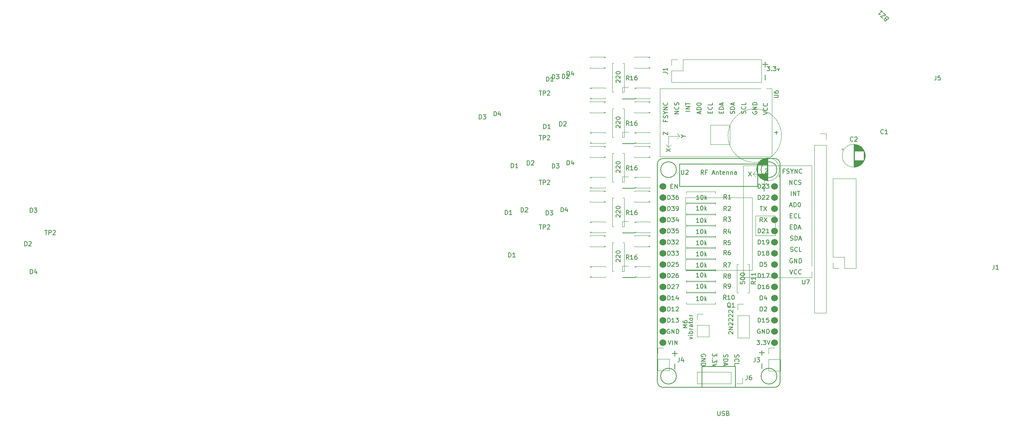
<source format=gbr>
%TF.GenerationSoftware,KiCad,Pcbnew,6.0.2+dfsg-1*%
%TF.CreationDate,2022-04-07T04:59:57+00:00*%
%TF.ProjectId,guante metaversal,6775616e-7465-4206-9d65-746176657273,rev?*%
%TF.SameCoordinates,Original*%
%TF.FileFunction,Legend,Top*%
%TF.FilePolarity,Positive*%
%FSLAX46Y46*%
G04 Gerber Fmt 4.6, Leading zero omitted, Abs format (unit mm)*
G04 Created by KiCad (PCBNEW 6.0.2+dfsg-1) date 2022-04-07 04:59:57*
%MOMM*%
%LPD*%
G01*
G04 APERTURE LIST*
%ADD10C,0.150000*%
%ADD11C,0.120000*%
%ADD12C,1.524000*%
G04 APERTURE END LIST*
D10*
X163214857Y-143597571D02*
X163214857Y-144740428D01*
X162643428Y-144169000D02*
X163786285Y-144169000D01*
X163214857Y-146597571D02*
X163214857Y-147740428D01*
X143402857Y-143724571D02*
X143402857Y-144867428D01*
X142831428Y-144296000D02*
X143974285Y-144296000D01*
X143402857Y-146724571D02*
X143402857Y-147867428D01*
X157075238Y-144605523D02*
X157027619Y-144748380D01*
X157027619Y-144986476D01*
X157075238Y-145081714D01*
X157122857Y-145129333D01*
X157218095Y-145176952D01*
X157313333Y-145176952D01*
X157408571Y-145129333D01*
X157456190Y-145081714D01*
X157503809Y-144986476D01*
X157551428Y-144796000D01*
X157599047Y-144700761D01*
X157646666Y-144653142D01*
X157741904Y-144605523D01*
X157837142Y-144605523D01*
X157932380Y-144653142D01*
X157980000Y-144700761D01*
X158027619Y-144796000D01*
X158027619Y-145034095D01*
X157980000Y-145176952D01*
X157122857Y-146176952D02*
X157075238Y-146129333D01*
X157027619Y-145986476D01*
X157027619Y-145891238D01*
X157075238Y-145748380D01*
X157170476Y-145653142D01*
X157265714Y-145605523D01*
X157456190Y-145557904D01*
X157599047Y-145557904D01*
X157789523Y-145605523D01*
X157884761Y-145653142D01*
X157980000Y-145748380D01*
X158027619Y-145891238D01*
X158027619Y-145986476D01*
X157980000Y-146129333D01*
X157932380Y-146176952D01*
X157027619Y-147081714D02*
X157027619Y-146605523D01*
X158027619Y-146605523D01*
X152947619Y-144319809D02*
X152947619Y-144938857D01*
X152566666Y-144605523D01*
X152566666Y-144748380D01*
X152519047Y-144843619D01*
X152471428Y-144891238D01*
X152376190Y-144938857D01*
X152138095Y-144938857D01*
X152042857Y-144891238D01*
X151995238Y-144843619D01*
X151947619Y-144748380D01*
X151947619Y-144462666D01*
X151995238Y-144367428D01*
X152042857Y-144319809D01*
X152042857Y-145367428D02*
X151995238Y-145415047D01*
X151947619Y-145367428D01*
X151995238Y-145319809D01*
X152042857Y-145367428D01*
X151947619Y-145367428D01*
X152947619Y-145748380D02*
X152947619Y-146367428D01*
X152566666Y-146034095D01*
X152566666Y-146176952D01*
X152519047Y-146272190D01*
X152471428Y-146319809D01*
X152376190Y-146367428D01*
X152138095Y-146367428D01*
X152042857Y-146319809D01*
X151995238Y-146272190D01*
X151947619Y-146176952D01*
X151947619Y-145891238D01*
X151995238Y-145796000D01*
X152042857Y-145748380D01*
X152947619Y-146653142D02*
X151947619Y-146986476D01*
X152947619Y-147319809D01*
X164382628Y-79005180D02*
X165001676Y-79005180D01*
X164668342Y-79386133D01*
X164811200Y-79386133D01*
X164906438Y-79433752D01*
X164954057Y-79481371D01*
X165001676Y-79576609D01*
X165001676Y-79814704D01*
X164954057Y-79909942D01*
X164906438Y-79957561D01*
X164811200Y-80005180D01*
X164525485Y-80005180D01*
X164430247Y-79957561D01*
X164382628Y-79909942D01*
X165430247Y-79909942D02*
X165477866Y-79957561D01*
X165430247Y-80005180D01*
X165382628Y-79957561D01*
X165430247Y-79909942D01*
X165430247Y-80005180D01*
X165811200Y-79005180D02*
X166430247Y-79005180D01*
X166096914Y-79386133D01*
X166239771Y-79386133D01*
X166335009Y-79433752D01*
X166382628Y-79481371D01*
X166430247Y-79576609D01*
X166430247Y-79814704D01*
X166382628Y-79909942D01*
X166335009Y-79957561D01*
X166239771Y-80005180D01*
X165954057Y-80005180D01*
X165858819Y-79957561D01*
X165811200Y-79909942D01*
X166763580Y-79338514D02*
X167001676Y-80005180D01*
X167239771Y-79338514D01*
X163976857Y-77938571D02*
X163976857Y-79081428D01*
X163405428Y-78510000D02*
X164548285Y-78510000D01*
X163976857Y-80938571D02*
X163976857Y-82081428D01*
X150360000Y-145034095D02*
X150407619Y-144938857D01*
X150407619Y-144796000D01*
X150360000Y-144653142D01*
X150264761Y-144557904D01*
X150169523Y-144510285D01*
X149979047Y-144462666D01*
X149836190Y-144462666D01*
X149645714Y-144510285D01*
X149550476Y-144557904D01*
X149455238Y-144653142D01*
X149407619Y-144796000D01*
X149407619Y-144891238D01*
X149455238Y-145034095D01*
X149502857Y-145081714D01*
X149836190Y-145081714D01*
X149836190Y-144891238D01*
X149407619Y-145510285D02*
X150407619Y-145510285D01*
X149407619Y-146081714D01*
X150407619Y-146081714D01*
X149407619Y-146557904D02*
X150407619Y-146557904D01*
X150407619Y-146796000D01*
X150360000Y-146938857D01*
X150264761Y-147034095D01*
X150169523Y-147081714D01*
X149979047Y-147129333D01*
X149836190Y-147129333D01*
X149645714Y-147081714D01*
X149550476Y-147034095D01*
X149455238Y-146938857D01*
X149407619Y-146796000D01*
X149407619Y-146557904D01*
X154535238Y-144581714D02*
X154487619Y-144724571D01*
X154487619Y-144962666D01*
X154535238Y-145057904D01*
X154582857Y-145105523D01*
X154678095Y-145153142D01*
X154773333Y-145153142D01*
X154868571Y-145105523D01*
X154916190Y-145057904D01*
X154963809Y-144962666D01*
X155011428Y-144772190D01*
X155059047Y-144676952D01*
X155106666Y-144629333D01*
X155201904Y-144581714D01*
X155297142Y-144581714D01*
X155392380Y-144629333D01*
X155440000Y-144676952D01*
X155487619Y-144772190D01*
X155487619Y-145010285D01*
X155440000Y-145153142D01*
X154487619Y-145581714D02*
X155487619Y-145581714D01*
X155487619Y-145819809D01*
X155440000Y-145962666D01*
X155344761Y-146057904D01*
X155249523Y-146105523D01*
X155059047Y-146153142D01*
X154916190Y-146153142D01*
X154725714Y-146105523D01*
X154630476Y-146057904D01*
X154535238Y-145962666D01*
X154487619Y-145819809D01*
X154487619Y-145581714D01*
X154773333Y-146534095D02*
X154773333Y-147010285D01*
X154487619Y-146438857D02*
X155487619Y-146772190D01*
X154487619Y-147105523D01*
%TO.C,U2*%
X144907095Y-102576380D02*
X144907095Y-103385904D01*
X144954714Y-103481142D01*
X145002333Y-103528761D01*
X145097571Y-103576380D01*
X145288047Y-103576380D01*
X145383285Y-103528761D01*
X145430904Y-103481142D01*
X145478523Y-103385904D01*
X145478523Y-102576380D01*
X145907095Y-102671619D02*
X145954714Y-102624000D01*
X146049952Y-102576380D01*
X146288047Y-102576380D01*
X146383285Y-102624000D01*
X146430904Y-102671619D01*
X146478523Y-102766857D01*
X146478523Y-102862095D01*
X146430904Y-103004952D01*
X145859476Y-103576380D01*
X146478523Y-103576380D01*
X141787714Y-129611380D02*
X141787714Y-128611380D01*
X142025809Y-128611380D01*
X142168666Y-128659000D01*
X142263904Y-128754238D01*
X142311523Y-128849476D01*
X142359142Y-129039952D01*
X142359142Y-129182809D01*
X142311523Y-129373285D01*
X142263904Y-129468523D01*
X142168666Y-129563761D01*
X142025809Y-129611380D01*
X141787714Y-129611380D01*
X142740095Y-128706619D02*
X142787714Y-128659000D01*
X142882952Y-128611380D01*
X143121047Y-128611380D01*
X143216285Y-128659000D01*
X143263904Y-128706619D01*
X143311523Y-128801857D01*
X143311523Y-128897095D01*
X143263904Y-129039952D01*
X142692476Y-129611380D01*
X143311523Y-129611380D01*
X143644857Y-128611380D02*
X144311523Y-128611380D01*
X143882952Y-129611380D01*
X162099809Y-141311380D02*
X162718857Y-141311380D01*
X162385523Y-141692333D01*
X162528380Y-141692333D01*
X162623619Y-141739952D01*
X162671238Y-141787571D01*
X162718857Y-141882809D01*
X162718857Y-142120904D01*
X162671238Y-142216142D01*
X162623619Y-142263761D01*
X162528380Y-142311380D01*
X162242666Y-142311380D01*
X162147428Y-142263761D01*
X162099809Y-142216142D01*
X163147428Y-142216142D02*
X163195047Y-142263761D01*
X163147428Y-142311380D01*
X163099809Y-142263761D01*
X163147428Y-142216142D01*
X163147428Y-142311380D01*
X163528380Y-141311380D02*
X164147428Y-141311380D01*
X163814095Y-141692333D01*
X163956952Y-141692333D01*
X164052190Y-141739952D01*
X164099809Y-141787571D01*
X164147428Y-141882809D01*
X164147428Y-142120904D01*
X164099809Y-142216142D01*
X164052190Y-142263761D01*
X163956952Y-142311380D01*
X163671238Y-142311380D01*
X163576000Y-142263761D01*
X163528380Y-142216142D01*
X164433142Y-141311380D02*
X164766476Y-142311380D01*
X165099809Y-141311380D01*
X162361714Y-127071380D02*
X162361714Y-126071380D01*
X162599809Y-126071380D01*
X162742666Y-126119000D01*
X162837904Y-126214238D01*
X162885523Y-126309476D01*
X162933142Y-126499952D01*
X162933142Y-126642809D01*
X162885523Y-126833285D01*
X162837904Y-126928523D01*
X162742666Y-127023761D01*
X162599809Y-127071380D01*
X162361714Y-127071380D01*
X163885523Y-127071380D02*
X163314095Y-127071380D01*
X163599809Y-127071380D02*
X163599809Y-126071380D01*
X163504571Y-126214238D01*
X163409333Y-126309476D01*
X163314095Y-126357095D01*
X164218857Y-126071380D02*
X164885523Y-126071380D01*
X164456952Y-127071380D01*
X141787714Y-119451380D02*
X141787714Y-118451380D01*
X142025809Y-118451380D01*
X142168666Y-118499000D01*
X142263904Y-118594238D01*
X142311523Y-118689476D01*
X142359142Y-118879952D01*
X142359142Y-119022809D01*
X142311523Y-119213285D01*
X142263904Y-119308523D01*
X142168666Y-119403761D01*
X142025809Y-119451380D01*
X141787714Y-119451380D01*
X142692476Y-118451380D02*
X143311523Y-118451380D01*
X142978190Y-118832333D01*
X143121047Y-118832333D01*
X143216285Y-118879952D01*
X143263904Y-118927571D01*
X143311523Y-119022809D01*
X143311523Y-119260904D01*
X143263904Y-119356142D01*
X143216285Y-119403761D01*
X143121047Y-119451380D01*
X142835333Y-119451380D01*
X142740095Y-119403761D01*
X142692476Y-119356142D01*
X143692476Y-118546619D02*
X143740095Y-118499000D01*
X143835333Y-118451380D01*
X144073428Y-118451380D01*
X144168666Y-118499000D01*
X144216285Y-118546619D01*
X144263904Y-118641857D01*
X144263904Y-118737095D01*
X144216285Y-118879952D01*
X143644857Y-119451380D01*
X144263904Y-119451380D01*
X141787714Y-116911380D02*
X141787714Y-115911380D01*
X142025809Y-115911380D01*
X142168666Y-115959000D01*
X142263904Y-116054238D01*
X142311523Y-116149476D01*
X142359142Y-116339952D01*
X142359142Y-116482809D01*
X142311523Y-116673285D01*
X142263904Y-116768523D01*
X142168666Y-116863761D01*
X142025809Y-116911380D01*
X141787714Y-116911380D01*
X142692476Y-115911380D02*
X143311523Y-115911380D01*
X142978190Y-116292333D01*
X143121047Y-116292333D01*
X143216285Y-116339952D01*
X143263904Y-116387571D01*
X143311523Y-116482809D01*
X143311523Y-116720904D01*
X143263904Y-116816142D01*
X143216285Y-116863761D01*
X143121047Y-116911380D01*
X142835333Y-116911380D01*
X142740095Y-116863761D01*
X142692476Y-116816142D01*
X144216285Y-115911380D02*
X143740095Y-115911380D01*
X143692476Y-116387571D01*
X143740095Y-116339952D01*
X143835333Y-116292333D01*
X144073428Y-116292333D01*
X144168666Y-116339952D01*
X144216285Y-116387571D01*
X144263904Y-116482809D01*
X144263904Y-116720904D01*
X144216285Y-116816142D01*
X144168666Y-116863761D01*
X144073428Y-116911380D01*
X143835333Y-116911380D01*
X143740095Y-116863761D01*
X143692476Y-116816142D01*
X163409333Y-114371380D02*
X163076000Y-113895190D01*
X162837904Y-114371380D02*
X162837904Y-113371380D01*
X163218857Y-113371380D01*
X163314095Y-113419000D01*
X163361714Y-113466619D01*
X163409333Y-113561857D01*
X163409333Y-113704714D01*
X163361714Y-113799952D01*
X163314095Y-113847571D01*
X163218857Y-113895190D01*
X162837904Y-113895190D01*
X163742666Y-113371380D02*
X164409333Y-114371380D01*
X164409333Y-113371380D02*
X163742666Y-114371380D01*
X141787714Y-127071380D02*
X141787714Y-126071380D01*
X142025809Y-126071380D01*
X142168666Y-126119000D01*
X142263904Y-126214238D01*
X142311523Y-126309476D01*
X142359142Y-126499952D01*
X142359142Y-126642809D01*
X142311523Y-126833285D01*
X142263904Y-126928523D01*
X142168666Y-127023761D01*
X142025809Y-127071380D01*
X141787714Y-127071380D01*
X142740095Y-126166619D02*
X142787714Y-126119000D01*
X142882952Y-126071380D01*
X143121047Y-126071380D01*
X143216285Y-126119000D01*
X143263904Y-126166619D01*
X143311523Y-126261857D01*
X143311523Y-126357095D01*
X143263904Y-126499952D01*
X142692476Y-127071380D01*
X143311523Y-127071380D01*
X144168666Y-126071380D02*
X143978190Y-126071380D01*
X143882952Y-126119000D01*
X143835333Y-126166619D01*
X143740095Y-126309476D01*
X143692476Y-126499952D01*
X143692476Y-126880904D01*
X143740095Y-126976142D01*
X143787714Y-127023761D01*
X143882952Y-127071380D01*
X144073428Y-127071380D01*
X144168666Y-127023761D01*
X144216285Y-126976142D01*
X144263904Y-126880904D01*
X144263904Y-126642809D01*
X144216285Y-126547571D01*
X144168666Y-126499952D01*
X144073428Y-126452333D01*
X143882952Y-126452333D01*
X143787714Y-126499952D01*
X143740095Y-126547571D01*
X143692476Y-126642809D01*
X141787714Y-114371380D02*
X141787714Y-113371380D01*
X142025809Y-113371380D01*
X142168666Y-113419000D01*
X142263904Y-113514238D01*
X142311523Y-113609476D01*
X142359142Y-113799952D01*
X142359142Y-113942809D01*
X142311523Y-114133285D01*
X142263904Y-114228523D01*
X142168666Y-114323761D01*
X142025809Y-114371380D01*
X141787714Y-114371380D01*
X142692476Y-113371380D02*
X143311523Y-113371380D01*
X142978190Y-113752333D01*
X143121047Y-113752333D01*
X143216285Y-113799952D01*
X143263904Y-113847571D01*
X143311523Y-113942809D01*
X143311523Y-114180904D01*
X143263904Y-114276142D01*
X143216285Y-114323761D01*
X143121047Y-114371380D01*
X142835333Y-114371380D01*
X142740095Y-114323761D01*
X142692476Y-114276142D01*
X144168666Y-113704714D02*
X144168666Y-114371380D01*
X143930571Y-113323761D02*
X143692476Y-114038047D01*
X144311523Y-114038047D01*
X162361714Y-121991380D02*
X162361714Y-120991380D01*
X162599809Y-120991380D01*
X162742666Y-121039000D01*
X162837904Y-121134238D01*
X162885523Y-121229476D01*
X162933142Y-121419952D01*
X162933142Y-121562809D01*
X162885523Y-121753285D01*
X162837904Y-121848523D01*
X162742666Y-121943761D01*
X162599809Y-121991380D01*
X162361714Y-121991380D01*
X163885523Y-121991380D02*
X163314095Y-121991380D01*
X163599809Y-121991380D02*
X163599809Y-120991380D01*
X163504571Y-121134238D01*
X163409333Y-121229476D01*
X163314095Y-121277095D01*
X164456952Y-121419952D02*
X164361714Y-121372333D01*
X164314095Y-121324714D01*
X164266476Y-121229476D01*
X164266476Y-121181857D01*
X164314095Y-121086619D01*
X164361714Y-121039000D01*
X164456952Y-120991380D01*
X164647428Y-120991380D01*
X164742666Y-121039000D01*
X164790285Y-121086619D01*
X164837904Y-121181857D01*
X164837904Y-121229476D01*
X164790285Y-121324714D01*
X164742666Y-121372333D01*
X164647428Y-121419952D01*
X164456952Y-121419952D01*
X164361714Y-121467571D01*
X164314095Y-121515190D01*
X164266476Y-121610428D01*
X164266476Y-121800904D01*
X164314095Y-121896142D01*
X164361714Y-121943761D01*
X164456952Y-121991380D01*
X164647428Y-121991380D01*
X164742666Y-121943761D01*
X164790285Y-121896142D01*
X164837904Y-121800904D01*
X164837904Y-121610428D01*
X164790285Y-121515190D01*
X164742666Y-121467571D01*
X164647428Y-121419952D01*
X142240095Y-138819000D02*
X142144857Y-138771380D01*
X142002000Y-138771380D01*
X141859142Y-138819000D01*
X141763904Y-138914238D01*
X141716285Y-139009476D01*
X141668666Y-139199952D01*
X141668666Y-139342809D01*
X141716285Y-139533285D01*
X141763904Y-139628523D01*
X141859142Y-139723761D01*
X142002000Y-139771380D01*
X142097238Y-139771380D01*
X142240095Y-139723761D01*
X142287714Y-139676142D01*
X142287714Y-139342809D01*
X142097238Y-139342809D01*
X142716285Y-139771380D02*
X142716285Y-138771380D01*
X143287714Y-139771380D01*
X143287714Y-138771380D01*
X143763904Y-139771380D02*
X143763904Y-138771380D01*
X144002000Y-138771380D01*
X144144857Y-138819000D01*
X144240095Y-138914238D01*
X144287714Y-139009476D01*
X144335333Y-139199952D01*
X144335333Y-139342809D01*
X144287714Y-139533285D01*
X144240095Y-139628523D01*
X144144857Y-139723761D01*
X144002000Y-139771380D01*
X143763904Y-139771380D01*
X142517904Y-106227571D02*
X142851238Y-106227571D01*
X142994095Y-106751380D02*
X142517904Y-106751380D01*
X142517904Y-105751380D01*
X142994095Y-105751380D01*
X143422666Y-106751380D02*
X143422666Y-105751380D01*
X143994095Y-106751380D01*
X143994095Y-105751380D01*
X162361714Y-109291380D02*
X162361714Y-108291380D01*
X162599809Y-108291380D01*
X162742666Y-108339000D01*
X162837904Y-108434238D01*
X162885523Y-108529476D01*
X162933142Y-108719952D01*
X162933142Y-108862809D01*
X162885523Y-109053285D01*
X162837904Y-109148523D01*
X162742666Y-109243761D01*
X162599809Y-109291380D01*
X162361714Y-109291380D01*
X163314095Y-108386619D02*
X163361714Y-108339000D01*
X163456952Y-108291380D01*
X163695047Y-108291380D01*
X163790285Y-108339000D01*
X163837904Y-108386619D01*
X163885523Y-108481857D01*
X163885523Y-108577095D01*
X163837904Y-108719952D01*
X163266476Y-109291380D01*
X163885523Y-109291380D01*
X164266476Y-108386619D02*
X164314095Y-108339000D01*
X164409333Y-108291380D01*
X164647428Y-108291380D01*
X164742666Y-108339000D01*
X164790285Y-108386619D01*
X164837904Y-108481857D01*
X164837904Y-108577095D01*
X164790285Y-108719952D01*
X164218857Y-109291380D01*
X164837904Y-109291380D01*
X141787714Y-109291380D02*
X141787714Y-108291380D01*
X142025809Y-108291380D01*
X142168666Y-108339000D01*
X142263904Y-108434238D01*
X142311523Y-108529476D01*
X142359142Y-108719952D01*
X142359142Y-108862809D01*
X142311523Y-109053285D01*
X142263904Y-109148523D01*
X142168666Y-109243761D01*
X142025809Y-109291380D01*
X141787714Y-109291380D01*
X142692476Y-108291380D02*
X143311523Y-108291380D01*
X142978190Y-108672333D01*
X143121047Y-108672333D01*
X143216285Y-108719952D01*
X143263904Y-108767571D01*
X143311523Y-108862809D01*
X143311523Y-109100904D01*
X143263904Y-109196142D01*
X143216285Y-109243761D01*
X143121047Y-109291380D01*
X142835333Y-109291380D01*
X142740095Y-109243761D01*
X142692476Y-109196142D01*
X144168666Y-108291380D02*
X143978190Y-108291380D01*
X143882952Y-108339000D01*
X143835333Y-108386619D01*
X143740095Y-108529476D01*
X143692476Y-108719952D01*
X143692476Y-109100904D01*
X143740095Y-109196142D01*
X143787714Y-109243761D01*
X143882952Y-109291380D01*
X144073428Y-109291380D01*
X144168666Y-109243761D01*
X144216285Y-109196142D01*
X144263904Y-109100904D01*
X144263904Y-108862809D01*
X144216285Y-108767571D01*
X144168666Y-108719952D01*
X144073428Y-108672333D01*
X143882952Y-108672333D01*
X143787714Y-108719952D01*
X143740095Y-108767571D01*
X143692476Y-108862809D01*
X149963619Y-103576380D02*
X149630285Y-103100190D01*
X149392190Y-103576380D02*
X149392190Y-102576380D01*
X149773142Y-102576380D01*
X149868380Y-102624000D01*
X149916000Y-102671619D01*
X149963619Y-102766857D01*
X149963619Y-102909714D01*
X149916000Y-103004952D01*
X149868380Y-103052571D01*
X149773142Y-103100190D01*
X149392190Y-103100190D01*
X150725523Y-103052571D02*
X150392190Y-103052571D01*
X150392190Y-103576380D02*
X150392190Y-102576380D01*
X150868380Y-102576380D01*
X151963619Y-103290666D02*
X152439809Y-103290666D01*
X151868380Y-103576380D02*
X152201714Y-102576380D01*
X152535047Y-103576380D01*
X152868380Y-102909714D02*
X152868380Y-103576380D01*
X152868380Y-103004952D02*
X152916000Y-102957333D01*
X153011238Y-102909714D01*
X153154095Y-102909714D01*
X153249333Y-102957333D01*
X153296952Y-103052571D01*
X153296952Y-103576380D01*
X153630285Y-102909714D02*
X154011238Y-102909714D01*
X153773142Y-102576380D02*
X153773142Y-103433523D01*
X153820761Y-103528761D01*
X153916000Y-103576380D01*
X154011238Y-103576380D01*
X154725523Y-103528761D02*
X154630285Y-103576380D01*
X154439809Y-103576380D01*
X154344571Y-103528761D01*
X154296952Y-103433523D01*
X154296952Y-103052571D01*
X154344571Y-102957333D01*
X154439809Y-102909714D01*
X154630285Y-102909714D01*
X154725523Y-102957333D01*
X154773142Y-103052571D01*
X154773142Y-103147809D01*
X154296952Y-103243047D01*
X155201714Y-102909714D02*
X155201714Y-103576380D01*
X155201714Y-103004952D02*
X155249333Y-102957333D01*
X155344571Y-102909714D01*
X155487428Y-102909714D01*
X155582666Y-102957333D01*
X155630285Y-103052571D01*
X155630285Y-103576380D01*
X156106476Y-102909714D02*
X156106476Y-103576380D01*
X156106476Y-103004952D02*
X156154095Y-102957333D01*
X156249333Y-102909714D01*
X156392190Y-102909714D01*
X156487428Y-102957333D01*
X156535047Y-103052571D01*
X156535047Y-103576380D01*
X157439809Y-103576380D02*
X157439809Y-103052571D01*
X157392190Y-102957333D01*
X157296952Y-102909714D01*
X157106476Y-102909714D01*
X157011238Y-102957333D01*
X157439809Y-103528761D02*
X157344571Y-103576380D01*
X157106476Y-103576380D01*
X157011238Y-103528761D01*
X156963619Y-103433523D01*
X156963619Y-103338285D01*
X157011238Y-103243047D01*
X157106476Y-103195428D01*
X157344571Y-103195428D01*
X157439809Y-103147809D01*
X162837904Y-134691380D02*
X162837904Y-133691380D01*
X163076000Y-133691380D01*
X163218857Y-133739000D01*
X163314095Y-133834238D01*
X163361714Y-133929476D01*
X163409333Y-134119952D01*
X163409333Y-134262809D01*
X163361714Y-134453285D01*
X163314095Y-134548523D01*
X163218857Y-134643761D01*
X163076000Y-134691380D01*
X162837904Y-134691380D01*
X163790285Y-133786619D02*
X163837904Y-133739000D01*
X163933142Y-133691380D01*
X164171238Y-133691380D01*
X164266476Y-133739000D01*
X164314095Y-133786619D01*
X164361714Y-133881857D01*
X164361714Y-133977095D01*
X164314095Y-134119952D01*
X163742666Y-134691380D01*
X164361714Y-134691380D01*
X162814095Y-110831380D02*
X163385523Y-110831380D01*
X163099809Y-111831380D02*
X163099809Y-110831380D01*
X163623619Y-110831380D02*
X164290285Y-111831380D01*
X164290285Y-110831380D02*
X163623619Y-111831380D01*
X141787714Y-137231380D02*
X141787714Y-136231380D01*
X142025809Y-136231380D01*
X142168666Y-136279000D01*
X142263904Y-136374238D01*
X142311523Y-136469476D01*
X142359142Y-136659952D01*
X142359142Y-136802809D01*
X142311523Y-136993285D01*
X142263904Y-137088523D01*
X142168666Y-137183761D01*
X142025809Y-137231380D01*
X141787714Y-137231380D01*
X143311523Y-137231380D02*
X142740095Y-137231380D01*
X143025809Y-137231380D02*
X143025809Y-136231380D01*
X142930571Y-136374238D01*
X142835333Y-136469476D01*
X142740095Y-136517095D01*
X143644857Y-136231380D02*
X144263904Y-136231380D01*
X143930571Y-136612333D01*
X144073428Y-136612333D01*
X144168666Y-136659952D01*
X144216285Y-136707571D01*
X144263904Y-136802809D01*
X144263904Y-137040904D01*
X144216285Y-137136142D01*
X144168666Y-137183761D01*
X144073428Y-137231380D01*
X143787714Y-137231380D01*
X143692476Y-137183761D01*
X143644857Y-137136142D01*
X162361714Y-137231380D02*
X162361714Y-136231380D01*
X162599809Y-136231380D01*
X162742666Y-136279000D01*
X162837904Y-136374238D01*
X162885523Y-136469476D01*
X162933142Y-136659952D01*
X162933142Y-136802809D01*
X162885523Y-136993285D01*
X162837904Y-137088523D01*
X162742666Y-137183761D01*
X162599809Y-137231380D01*
X162361714Y-137231380D01*
X163885523Y-137231380D02*
X163314095Y-137231380D01*
X163599809Y-137231380D02*
X163599809Y-136231380D01*
X163504571Y-136374238D01*
X163409333Y-136469476D01*
X163314095Y-136517095D01*
X164790285Y-136231380D02*
X164314095Y-136231380D01*
X164266476Y-136707571D01*
X164314095Y-136659952D01*
X164409333Y-136612333D01*
X164647428Y-136612333D01*
X164742666Y-136659952D01*
X164790285Y-136707571D01*
X164837904Y-136802809D01*
X164837904Y-137040904D01*
X164790285Y-137136142D01*
X164742666Y-137183761D01*
X164647428Y-137231380D01*
X164409333Y-137231380D01*
X164314095Y-137183761D01*
X164266476Y-137136142D01*
X141787714Y-111831380D02*
X141787714Y-110831380D01*
X142025809Y-110831380D01*
X142168666Y-110879000D01*
X142263904Y-110974238D01*
X142311523Y-111069476D01*
X142359142Y-111259952D01*
X142359142Y-111402809D01*
X142311523Y-111593285D01*
X142263904Y-111688523D01*
X142168666Y-111783761D01*
X142025809Y-111831380D01*
X141787714Y-111831380D01*
X142692476Y-110831380D02*
X143311523Y-110831380D01*
X142978190Y-111212333D01*
X143121047Y-111212333D01*
X143216285Y-111259952D01*
X143263904Y-111307571D01*
X143311523Y-111402809D01*
X143311523Y-111640904D01*
X143263904Y-111736142D01*
X143216285Y-111783761D01*
X143121047Y-111831380D01*
X142835333Y-111831380D01*
X142740095Y-111783761D01*
X142692476Y-111736142D01*
X143787714Y-111831380D02*
X143978190Y-111831380D01*
X144073428Y-111783761D01*
X144121047Y-111736142D01*
X144216285Y-111593285D01*
X144263904Y-111402809D01*
X144263904Y-111021857D01*
X144216285Y-110926619D01*
X144168666Y-110879000D01*
X144073428Y-110831380D01*
X143882952Y-110831380D01*
X143787714Y-110879000D01*
X143740095Y-110926619D01*
X143692476Y-111021857D01*
X143692476Y-111259952D01*
X143740095Y-111355190D01*
X143787714Y-111402809D01*
X143882952Y-111450428D01*
X144073428Y-111450428D01*
X144168666Y-111402809D01*
X144216285Y-111355190D01*
X144263904Y-111259952D01*
X153170095Y-157440380D02*
X153170095Y-158249904D01*
X153217714Y-158345142D01*
X153265333Y-158392761D01*
X153360571Y-158440380D01*
X153551047Y-158440380D01*
X153646285Y-158392761D01*
X153693904Y-158345142D01*
X153741523Y-158249904D01*
X153741523Y-157440380D01*
X154170095Y-158392761D02*
X154312952Y-158440380D01*
X154551047Y-158440380D01*
X154646285Y-158392761D01*
X154693904Y-158345142D01*
X154741523Y-158249904D01*
X154741523Y-158154666D01*
X154693904Y-158059428D01*
X154646285Y-158011809D01*
X154551047Y-157964190D01*
X154360571Y-157916571D01*
X154265333Y-157868952D01*
X154217714Y-157821333D01*
X154170095Y-157726095D01*
X154170095Y-157630857D01*
X154217714Y-157535619D01*
X154265333Y-157488000D01*
X154360571Y-157440380D01*
X154598666Y-157440380D01*
X154741523Y-157488000D01*
X155503428Y-157916571D02*
X155646285Y-157964190D01*
X155693904Y-158011809D01*
X155741523Y-158107047D01*
X155741523Y-158249904D01*
X155693904Y-158345142D01*
X155646285Y-158392761D01*
X155551047Y-158440380D01*
X155170095Y-158440380D01*
X155170095Y-157440380D01*
X155503428Y-157440380D01*
X155598666Y-157488000D01*
X155646285Y-157535619D01*
X155693904Y-157630857D01*
X155693904Y-157726095D01*
X155646285Y-157821333D01*
X155598666Y-157868952D01*
X155503428Y-157916571D01*
X155170095Y-157916571D01*
X162837904Y-124531380D02*
X162837904Y-123531380D01*
X163076000Y-123531380D01*
X163218857Y-123579000D01*
X163314095Y-123674238D01*
X163361714Y-123769476D01*
X163409333Y-123959952D01*
X163409333Y-124102809D01*
X163361714Y-124293285D01*
X163314095Y-124388523D01*
X163218857Y-124483761D01*
X163076000Y-124531380D01*
X162837904Y-124531380D01*
X164314095Y-123531380D02*
X163837904Y-123531380D01*
X163790285Y-124007571D01*
X163837904Y-123959952D01*
X163933142Y-123912333D01*
X164171238Y-123912333D01*
X164266476Y-123959952D01*
X164314095Y-124007571D01*
X164361714Y-124102809D01*
X164361714Y-124340904D01*
X164314095Y-124436142D01*
X164266476Y-124483761D01*
X164171238Y-124531380D01*
X163933142Y-124531380D01*
X163837904Y-124483761D01*
X163790285Y-124436142D01*
X141787714Y-134691380D02*
X141787714Y-133691380D01*
X142025809Y-133691380D01*
X142168666Y-133739000D01*
X142263904Y-133834238D01*
X142311523Y-133929476D01*
X142359142Y-134119952D01*
X142359142Y-134262809D01*
X142311523Y-134453285D01*
X142263904Y-134548523D01*
X142168666Y-134643761D01*
X142025809Y-134691380D01*
X141787714Y-134691380D01*
X143311523Y-134691380D02*
X142740095Y-134691380D01*
X143025809Y-134691380D02*
X143025809Y-133691380D01*
X142930571Y-133834238D01*
X142835333Y-133929476D01*
X142740095Y-133977095D01*
X143692476Y-133786619D02*
X143740095Y-133739000D01*
X143835333Y-133691380D01*
X144073428Y-133691380D01*
X144168666Y-133739000D01*
X144216285Y-133786619D01*
X144263904Y-133881857D01*
X144263904Y-133977095D01*
X144216285Y-134119952D01*
X143644857Y-134691380D01*
X144263904Y-134691380D01*
X162814095Y-138819000D02*
X162718857Y-138771380D01*
X162576000Y-138771380D01*
X162433142Y-138819000D01*
X162337904Y-138914238D01*
X162290285Y-139009476D01*
X162242666Y-139199952D01*
X162242666Y-139342809D01*
X162290285Y-139533285D01*
X162337904Y-139628523D01*
X162433142Y-139723761D01*
X162576000Y-139771380D01*
X162671238Y-139771380D01*
X162814095Y-139723761D01*
X162861714Y-139676142D01*
X162861714Y-139342809D01*
X162671238Y-139342809D01*
X163290285Y-139771380D02*
X163290285Y-138771380D01*
X163861714Y-139771380D01*
X163861714Y-138771380D01*
X164337904Y-139771380D02*
X164337904Y-138771380D01*
X164576000Y-138771380D01*
X164718857Y-138819000D01*
X164814095Y-138914238D01*
X164861714Y-139009476D01*
X164909333Y-139199952D01*
X164909333Y-139342809D01*
X164861714Y-139533285D01*
X164814095Y-139628523D01*
X164718857Y-139723761D01*
X164576000Y-139771380D01*
X164337904Y-139771380D01*
X162361714Y-129611380D02*
X162361714Y-128611380D01*
X162599809Y-128611380D01*
X162742666Y-128659000D01*
X162837904Y-128754238D01*
X162885523Y-128849476D01*
X162933142Y-129039952D01*
X162933142Y-129182809D01*
X162885523Y-129373285D01*
X162837904Y-129468523D01*
X162742666Y-129563761D01*
X162599809Y-129611380D01*
X162361714Y-129611380D01*
X163885523Y-129611380D02*
X163314095Y-129611380D01*
X163599809Y-129611380D02*
X163599809Y-128611380D01*
X163504571Y-128754238D01*
X163409333Y-128849476D01*
X163314095Y-128897095D01*
X164742666Y-128611380D02*
X164552190Y-128611380D01*
X164456952Y-128659000D01*
X164409333Y-128706619D01*
X164314095Y-128849476D01*
X164266476Y-129039952D01*
X164266476Y-129420904D01*
X164314095Y-129516142D01*
X164361714Y-129563761D01*
X164456952Y-129611380D01*
X164647428Y-129611380D01*
X164742666Y-129563761D01*
X164790285Y-129516142D01*
X164837904Y-129420904D01*
X164837904Y-129182809D01*
X164790285Y-129087571D01*
X164742666Y-129039952D01*
X164647428Y-128992333D01*
X164456952Y-128992333D01*
X164361714Y-129039952D01*
X164314095Y-129087571D01*
X164266476Y-129182809D01*
X141787714Y-124531380D02*
X141787714Y-123531380D01*
X142025809Y-123531380D01*
X142168666Y-123579000D01*
X142263904Y-123674238D01*
X142311523Y-123769476D01*
X142359142Y-123959952D01*
X142359142Y-124102809D01*
X142311523Y-124293285D01*
X142263904Y-124388523D01*
X142168666Y-124483761D01*
X142025809Y-124531380D01*
X141787714Y-124531380D01*
X142740095Y-123626619D02*
X142787714Y-123579000D01*
X142882952Y-123531380D01*
X143121047Y-123531380D01*
X143216285Y-123579000D01*
X143263904Y-123626619D01*
X143311523Y-123721857D01*
X143311523Y-123817095D01*
X143263904Y-123959952D01*
X142692476Y-124531380D01*
X143311523Y-124531380D01*
X144216285Y-123531380D02*
X143740095Y-123531380D01*
X143692476Y-124007571D01*
X143740095Y-123959952D01*
X143835333Y-123912333D01*
X144073428Y-123912333D01*
X144168666Y-123959952D01*
X144216285Y-124007571D01*
X144263904Y-124102809D01*
X144263904Y-124340904D01*
X144216285Y-124436142D01*
X144168666Y-124483761D01*
X144073428Y-124531380D01*
X143835333Y-124531380D01*
X143740095Y-124483761D01*
X143692476Y-124436142D01*
X162837904Y-132151380D02*
X162837904Y-131151380D01*
X163076000Y-131151380D01*
X163218857Y-131199000D01*
X163314095Y-131294238D01*
X163361714Y-131389476D01*
X163409333Y-131579952D01*
X163409333Y-131722809D01*
X163361714Y-131913285D01*
X163314095Y-132008523D01*
X163218857Y-132103761D01*
X163076000Y-132151380D01*
X162837904Y-132151380D01*
X164266476Y-131484714D02*
X164266476Y-132151380D01*
X164028380Y-131103761D02*
X163790285Y-131818047D01*
X164409333Y-131818047D01*
X141906761Y-141311380D02*
X142240095Y-142311380D01*
X142573428Y-141311380D01*
X142906761Y-142311380D02*
X142906761Y-141311380D01*
X143382952Y-142311380D02*
X143382952Y-141311380D01*
X143954380Y-142311380D01*
X143954380Y-141311380D01*
X162361714Y-119451380D02*
X162361714Y-118451380D01*
X162599809Y-118451380D01*
X162742666Y-118499000D01*
X162837904Y-118594238D01*
X162885523Y-118689476D01*
X162933142Y-118879952D01*
X162933142Y-119022809D01*
X162885523Y-119213285D01*
X162837904Y-119308523D01*
X162742666Y-119403761D01*
X162599809Y-119451380D01*
X162361714Y-119451380D01*
X163885523Y-119451380D02*
X163314095Y-119451380D01*
X163599809Y-119451380D02*
X163599809Y-118451380D01*
X163504571Y-118594238D01*
X163409333Y-118689476D01*
X163314095Y-118737095D01*
X164361714Y-119451380D02*
X164552190Y-119451380D01*
X164647428Y-119403761D01*
X164695047Y-119356142D01*
X164790285Y-119213285D01*
X164837904Y-119022809D01*
X164837904Y-118641857D01*
X164790285Y-118546619D01*
X164742666Y-118499000D01*
X164647428Y-118451380D01*
X164456952Y-118451380D01*
X164361714Y-118499000D01*
X164314095Y-118546619D01*
X164266476Y-118641857D01*
X164266476Y-118879952D01*
X164314095Y-118975190D01*
X164361714Y-119022809D01*
X164456952Y-119070428D01*
X164647428Y-119070428D01*
X164742666Y-119022809D01*
X164790285Y-118975190D01*
X164837904Y-118879952D01*
X141787714Y-132151380D02*
X141787714Y-131151380D01*
X142025809Y-131151380D01*
X142168666Y-131199000D01*
X142263904Y-131294238D01*
X142311523Y-131389476D01*
X142359142Y-131579952D01*
X142359142Y-131722809D01*
X142311523Y-131913285D01*
X142263904Y-132008523D01*
X142168666Y-132103761D01*
X142025809Y-132151380D01*
X141787714Y-132151380D01*
X143311523Y-132151380D02*
X142740095Y-132151380D01*
X143025809Y-132151380D02*
X143025809Y-131151380D01*
X142930571Y-131294238D01*
X142835333Y-131389476D01*
X142740095Y-131437095D01*
X144168666Y-131484714D02*
X144168666Y-132151380D01*
X143930571Y-131103761D02*
X143692476Y-131818047D01*
X144311523Y-131818047D01*
X162361714Y-116911380D02*
X162361714Y-115911380D01*
X162599809Y-115911380D01*
X162742666Y-115959000D01*
X162837904Y-116054238D01*
X162885523Y-116149476D01*
X162933142Y-116339952D01*
X162933142Y-116482809D01*
X162885523Y-116673285D01*
X162837904Y-116768523D01*
X162742666Y-116863761D01*
X162599809Y-116911380D01*
X162361714Y-116911380D01*
X163314095Y-116006619D02*
X163361714Y-115959000D01*
X163456952Y-115911380D01*
X163695047Y-115911380D01*
X163790285Y-115959000D01*
X163837904Y-116006619D01*
X163885523Y-116101857D01*
X163885523Y-116197095D01*
X163837904Y-116339952D01*
X163266476Y-116911380D01*
X163885523Y-116911380D01*
X164837904Y-116911380D02*
X164266476Y-116911380D01*
X164552190Y-116911380D02*
X164552190Y-115911380D01*
X164456952Y-116054238D01*
X164361714Y-116149476D01*
X164266476Y-116197095D01*
X141787714Y-121991380D02*
X141787714Y-120991380D01*
X142025809Y-120991380D01*
X142168666Y-121039000D01*
X142263904Y-121134238D01*
X142311523Y-121229476D01*
X142359142Y-121419952D01*
X142359142Y-121562809D01*
X142311523Y-121753285D01*
X142263904Y-121848523D01*
X142168666Y-121943761D01*
X142025809Y-121991380D01*
X141787714Y-121991380D01*
X142692476Y-120991380D02*
X143311523Y-120991380D01*
X142978190Y-121372333D01*
X143121047Y-121372333D01*
X143216285Y-121419952D01*
X143263904Y-121467571D01*
X143311523Y-121562809D01*
X143311523Y-121800904D01*
X143263904Y-121896142D01*
X143216285Y-121943761D01*
X143121047Y-121991380D01*
X142835333Y-121991380D01*
X142740095Y-121943761D01*
X142692476Y-121896142D01*
X143644857Y-120991380D02*
X144263904Y-120991380D01*
X143930571Y-121372333D01*
X144073428Y-121372333D01*
X144168666Y-121419952D01*
X144216285Y-121467571D01*
X144263904Y-121562809D01*
X144263904Y-121800904D01*
X144216285Y-121896142D01*
X144168666Y-121943761D01*
X144073428Y-121991380D01*
X143787714Y-121991380D01*
X143692476Y-121943761D01*
X143644857Y-121896142D01*
X162361714Y-106751380D02*
X162361714Y-105751380D01*
X162599809Y-105751380D01*
X162742666Y-105799000D01*
X162837904Y-105894238D01*
X162885523Y-105989476D01*
X162933142Y-106179952D01*
X162933142Y-106322809D01*
X162885523Y-106513285D01*
X162837904Y-106608523D01*
X162742666Y-106703761D01*
X162599809Y-106751380D01*
X162361714Y-106751380D01*
X163314095Y-105846619D02*
X163361714Y-105799000D01*
X163456952Y-105751380D01*
X163695047Y-105751380D01*
X163790285Y-105799000D01*
X163837904Y-105846619D01*
X163885523Y-105941857D01*
X163885523Y-106037095D01*
X163837904Y-106179952D01*
X163266476Y-106751380D01*
X163885523Y-106751380D01*
X164218857Y-105751380D02*
X164837904Y-105751380D01*
X164504571Y-106132333D01*
X164647428Y-106132333D01*
X164742666Y-106179952D01*
X164790285Y-106227571D01*
X164837904Y-106322809D01*
X164837904Y-106560904D01*
X164790285Y-106656142D01*
X164742666Y-106703761D01*
X164647428Y-106751380D01*
X164361714Y-106751380D01*
X164266476Y-106703761D01*
X164218857Y-106656142D01*
%TO.C,D4*%
X118895904Y-101417380D02*
X118895904Y-100417380D01*
X119134000Y-100417380D01*
X119276857Y-100465000D01*
X119372095Y-100560238D01*
X119419714Y-100655476D01*
X119467333Y-100845952D01*
X119467333Y-100988809D01*
X119419714Y-101179285D01*
X119372095Y-101274523D01*
X119276857Y-101369761D01*
X119134000Y-101417380D01*
X118895904Y-101417380D01*
X120324476Y-100750714D02*
X120324476Y-101417380D01*
X120086380Y-100369761D02*
X119848285Y-101084047D01*
X120467333Y-101084047D01*
%TO.C,D2*%
X109820904Y-101442380D02*
X109820904Y-100442380D01*
X110059000Y-100442380D01*
X110201857Y-100490000D01*
X110297095Y-100585238D01*
X110344714Y-100680476D01*
X110392333Y-100870952D01*
X110392333Y-101013809D01*
X110344714Y-101204285D01*
X110297095Y-101299523D01*
X110201857Y-101394761D01*
X110059000Y-101442380D01*
X109820904Y-101442380D01*
X110773285Y-100537619D02*
X110820904Y-100490000D01*
X110916142Y-100442380D01*
X111154238Y-100442380D01*
X111249476Y-100490000D01*
X111297095Y-100537619D01*
X111344714Y-100632857D01*
X111344714Y-100728095D01*
X111297095Y-100870952D01*
X110725666Y-101442380D01*
X111344714Y-101442380D01*
%TO.C,D4*%
X102258904Y-90241380D02*
X102258904Y-89241380D01*
X102497000Y-89241380D01*
X102639857Y-89289000D01*
X102735095Y-89384238D01*
X102782714Y-89479476D01*
X102830333Y-89669952D01*
X102830333Y-89812809D01*
X102782714Y-90003285D01*
X102735095Y-90098523D01*
X102639857Y-90193761D01*
X102497000Y-90241380D01*
X102258904Y-90241380D01*
X103687476Y-89574714D02*
X103687476Y-90241380D01*
X103449380Y-89193761D02*
X103211285Y-89908047D01*
X103830333Y-89908047D01*
%TO.C,D2*%
X117186904Y-92552380D02*
X117186904Y-91552380D01*
X117425000Y-91552380D01*
X117567857Y-91600000D01*
X117663095Y-91695238D01*
X117710714Y-91790476D01*
X117758333Y-91980952D01*
X117758333Y-92123809D01*
X117710714Y-92314285D01*
X117663095Y-92409523D01*
X117567857Y-92504761D01*
X117425000Y-92552380D01*
X117186904Y-92552380D01*
X118139285Y-91647619D02*
X118186904Y-91600000D01*
X118282142Y-91552380D01*
X118520238Y-91552380D01*
X118615476Y-91600000D01*
X118663095Y-91647619D01*
X118710714Y-91742857D01*
X118710714Y-91838095D01*
X118663095Y-91980952D01*
X118091666Y-92552380D01*
X118710714Y-92552380D01*
%TO.C,D1*%
X106195904Y-102052380D02*
X106195904Y-101052380D01*
X106434000Y-101052380D01*
X106576857Y-101100000D01*
X106672095Y-101195238D01*
X106719714Y-101290476D01*
X106767333Y-101480952D01*
X106767333Y-101623809D01*
X106719714Y-101814285D01*
X106672095Y-101909523D01*
X106576857Y-102004761D01*
X106434000Y-102052380D01*
X106195904Y-102052380D01*
X107719714Y-102052380D02*
X107148285Y-102052380D01*
X107434000Y-102052380D02*
X107434000Y-101052380D01*
X107338761Y-101195238D01*
X107243523Y-101290476D01*
X107148285Y-101338095D01*
%TO.C,D3*%
X115520904Y-102142380D02*
X115520904Y-101142380D01*
X115759000Y-101142380D01*
X115901857Y-101190000D01*
X115997095Y-101285238D01*
X116044714Y-101380476D01*
X116092333Y-101570952D01*
X116092333Y-101713809D01*
X116044714Y-101904285D01*
X115997095Y-101999523D01*
X115901857Y-102094761D01*
X115759000Y-102142380D01*
X115520904Y-102142380D01*
X116425666Y-101142380D02*
X117044714Y-101142380D01*
X116711380Y-101523333D01*
X116854238Y-101523333D01*
X116949476Y-101570952D01*
X116997095Y-101618571D01*
X117044714Y-101713809D01*
X117044714Y-101951904D01*
X116997095Y-102047142D01*
X116949476Y-102094761D01*
X116854238Y-102142380D01*
X116568523Y-102142380D01*
X116473285Y-102094761D01*
X116425666Y-102047142D01*
%TO.C,TP2*%
X112530095Y-104862380D02*
X113101523Y-104862380D01*
X112815809Y-105862380D02*
X112815809Y-104862380D01*
X113434857Y-105862380D02*
X113434857Y-104862380D01*
X113815809Y-104862380D01*
X113911047Y-104910000D01*
X113958666Y-104957619D01*
X114006285Y-105052857D01*
X114006285Y-105195714D01*
X113958666Y-105290952D01*
X113911047Y-105338571D01*
X113815809Y-105386190D01*
X113434857Y-105386190D01*
X114387238Y-104957619D02*
X114434857Y-104910000D01*
X114530095Y-104862380D01*
X114768190Y-104862380D01*
X114863428Y-104910000D01*
X114911047Y-104957619D01*
X114958666Y-105052857D01*
X114958666Y-105148095D01*
X114911047Y-105290952D01*
X114339619Y-105862380D01*
X114958666Y-105862380D01*
%TO.C,D3*%
X98883904Y-90966380D02*
X98883904Y-89966380D01*
X99122000Y-89966380D01*
X99264857Y-90014000D01*
X99360095Y-90109238D01*
X99407714Y-90204476D01*
X99455333Y-90394952D01*
X99455333Y-90537809D01*
X99407714Y-90728285D01*
X99360095Y-90823523D01*
X99264857Y-90918761D01*
X99122000Y-90966380D01*
X98883904Y-90966380D01*
X99788666Y-89966380D02*
X100407714Y-89966380D01*
X100074380Y-90347333D01*
X100217238Y-90347333D01*
X100312476Y-90394952D01*
X100360095Y-90442571D01*
X100407714Y-90537809D01*
X100407714Y-90775904D01*
X100360095Y-90871142D01*
X100312476Y-90918761D01*
X100217238Y-90966380D01*
X99931523Y-90966380D01*
X99836285Y-90918761D01*
X99788666Y-90871142D01*
%TO.C,TP2*%
X112530095Y-94702380D02*
X113101523Y-94702380D01*
X112815809Y-95702380D02*
X112815809Y-94702380D01*
X113434857Y-95702380D02*
X113434857Y-94702380D01*
X113815809Y-94702380D01*
X113911047Y-94750000D01*
X113958666Y-94797619D01*
X114006285Y-94892857D01*
X114006285Y-95035714D01*
X113958666Y-95130952D01*
X113911047Y-95178571D01*
X113815809Y-95226190D01*
X113434857Y-95226190D01*
X114387238Y-94797619D02*
X114434857Y-94750000D01*
X114530095Y-94702380D01*
X114768190Y-94702380D01*
X114863428Y-94750000D01*
X114911047Y-94797619D01*
X114958666Y-94892857D01*
X114958666Y-94988095D01*
X114911047Y-95130952D01*
X114339619Y-95702380D01*
X114958666Y-95702380D01*
%TO.C,J3*%
X161718666Y-145248380D02*
X161718666Y-145962666D01*
X161671047Y-146105523D01*
X161575809Y-146200761D01*
X161432952Y-146248380D01*
X161337714Y-146248380D01*
X162099619Y-145248380D02*
X162718666Y-145248380D01*
X162385333Y-145629333D01*
X162528190Y-145629333D01*
X162623428Y-145676952D01*
X162671047Y-145724571D01*
X162718666Y-145819809D01*
X162718666Y-146057904D01*
X162671047Y-146153142D01*
X162623428Y-146200761D01*
X162528190Y-146248380D01*
X162242476Y-146248380D01*
X162147238Y-146200761D01*
X162099619Y-146153142D01*
%TO.C,J4*%
X144446666Y-145248380D02*
X144446666Y-145962666D01*
X144399047Y-146105523D01*
X144303809Y-146200761D01*
X144160952Y-146248380D01*
X144065714Y-146248380D01*
X145351428Y-145581714D02*
X145351428Y-146248380D01*
X145113333Y-145200761D02*
X144875238Y-145915047D01*
X145494285Y-145915047D01*
%TO.C,C1*%
X190892133Y-94235542D02*
X190844514Y-94283161D01*
X190701657Y-94330780D01*
X190606419Y-94330780D01*
X190463561Y-94283161D01*
X190368323Y-94187923D01*
X190320704Y-94092685D01*
X190273085Y-93902209D01*
X190273085Y-93759352D01*
X190320704Y-93568876D01*
X190368323Y-93473638D01*
X190463561Y-93378400D01*
X190606419Y-93330780D01*
X190701657Y-93330780D01*
X190844514Y-93378400D01*
X190892133Y-93426019D01*
X191844514Y-94330780D02*
X191273085Y-94330780D01*
X191558800Y-94330780D02*
X191558800Y-93330780D01*
X191463561Y-93473638D01*
X191368323Y-93568876D01*
X191273085Y-93616495D01*
%TO.C,D1*%
X114196904Y-82367380D02*
X114196904Y-81367380D01*
X114435000Y-81367380D01*
X114577857Y-81415000D01*
X114673095Y-81510238D01*
X114720714Y-81605476D01*
X114768333Y-81795952D01*
X114768333Y-81938809D01*
X114720714Y-82129285D01*
X114673095Y-82224523D01*
X114577857Y-82319761D01*
X114435000Y-82367380D01*
X114196904Y-82367380D01*
X115720714Y-82367380D02*
X115149285Y-82367380D01*
X115435000Y-82367380D02*
X115435000Y-81367380D01*
X115339761Y-81510238D01*
X115244523Y-81605476D01*
X115149285Y-81653095D01*
X113561904Y-93162380D02*
X113561904Y-92162380D01*
X113800000Y-92162380D01*
X113942857Y-92210000D01*
X114038095Y-92305238D01*
X114085714Y-92400476D01*
X114133333Y-92590952D01*
X114133333Y-92733809D01*
X114085714Y-92924285D01*
X114038095Y-93019523D01*
X113942857Y-93114761D01*
X113800000Y-93162380D01*
X113561904Y-93162380D01*
X115085714Y-93162380D02*
X114514285Y-93162380D01*
X114800000Y-93162380D02*
X114800000Y-92162380D01*
X114704761Y-92305238D01*
X114609523Y-92400476D01*
X114514285Y-92448095D01*
%TO.C,D3*%
X115520904Y-81822380D02*
X115520904Y-80822380D01*
X115759000Y-80822380D01*
X115901857Y-80870000D01*
X115997095Y-80965238D01*
X116044714Y-81060476D01*
X116092333Y-81250952D01*
X116092333Y-81393809D01*
X116044714Y-81584285D01*
X115997095Y-81679523D01*
X115901857Y-81774761D01*
X115759000Y-81822380D01*
X115520904Y-81822380D01*
X116425666Y-80822380D02*
X117044714Y-80822380D01*
X116711380Y-81203333D01*
X116854238Y-81203333D01*
X116949476Y-81250952D01*
X116997095Y-81298571D01*
X117044714Y-81393809D01*
X117044714Y-81631904D01*
X116997095Y-81727142D01*
X116949476Y-81774761D01*
X116854238Y-81822380D01*
X116568523Y-81822380D01*
X116473285Y-81774761D01*
X116425666Y-81727142D01*
%TO.C,D4*%
X118895904Y-81097380D02*
X118895904Y-80097380D01*
X119134000Y-80097380D01*
X119276857Y-80145000D01*
X119372095Y-80240238D01*
X119419714Y-80335476D01*
X119467333Y-80525952D01*
X119467333Y-80668809D01*
X119419714Y-80859285D01*
X119372095Y-80954523D01*
X119276857Y-81049761D01*
X119134000Y-81097380D01*
X118895904Y-81097380D01*
X120324476Y-80430714D02*
X120324476Y-81097380D01*
X120086380Y-80049761D02*
X119848285Y-80764047D01*
X120467333Y-80764047D01*
%TO.C,TP2*%
X112530095Y-84542380D02*
X113101523Y-84542380D01*
X112815809Y-85542380D02*
X112815809Y-84542380D01*
X113434857Y-85542380D02*
X113434857Y-84542380D01*
X113815809Y-84542380D01*
X113911047Y-84590000D01*
X113958666Y-84637619D01*
X114006285Y-84732857D01*
X114006285Y-84875714D01*
X113958666Y-84970952D01*
X113911047Y-85018571D01*
X113815809Y-85066190D01*
X113434857Y-85066190D01*
X114387238Y-84637619D02*
X114434857Y-84590000D01*
X114530095Y-84542380D01*
X114768190Y-84542380D01*
X114863428Y-84590000D01*
X114911047Y-84637619D01*
X114958666Y-84732857D01*
X114958666Y-84828095D01*
X114911047Y-84970952D01*
X114339619Y-85542380D01*
X114958666Y-85542380D01*
%TO.C,D2*%
X117821904Y-81757380D02*
X117821904Y-80757380D01*
X118060000Y-80757380D01*
X118202857Y-80805000D01*
X118298095Y-80900238D01*
X118345714Y-80995476D01*
X118393333Y-81185952D01*
X118393333Y-81328809D01*
X118345714Y-81519285D01*
X118298095Y-81614523D01*
X118202857Y-81709761D01*
X118060000Y-81757380D01*
X117821904Y-81757380D01*
X118774285Y-80852619D02*
X118821904Y-80805000D01*
X118917142Y-80757380D01*
X119155238Y-80757380D01*
X119250476Y-80805000D01*
X119298095Y-80852619D01*
X119345714Y-80947857D01*
X119345714Y-81043095D01*
X119298095Y-81185952D01*
X118726666Y-81757380D01*
X119345714Y-81757380D01*
X108423904Y-112110380D02*
X108423904Y-111110380D01*
X108662000Y-111110380D01*
X108804857Y-111158000D01*
X108900095Y-111253238D01*
X108947714Y-111348476D01*
X108995333Y-111538952D01*
X108995333Y-111681809D01*
X108947714Y-111872285D01*
X108900095Y-111967523D01*
X108804857Y-112062761D01*
X108662000Y-112110380D01*
X108423904Y-112110380D01*
X109376285Y-111205619D02*
X109423904Y-111158000D01*
X109519142Y-111110380D01*
X109757238Y-111110380D01*
X109852476Y-111158000D01*
X109900095Y-111205619D01*
X109947714Y-111300857D01*
X109947714Y-111396095D01*
X109900095Y-111538952D01*
X109328666Y-112110380D01*
X109947714Y-112110380D01*
%TO.C,D1*%
X104798904Y-112720380D02*
X104798904Y-111720380D01*
X105037000Y-111720380D01*
X105179857Y-111768000D01*
X105275095Y-111863238D01*
X105322714Y-111958476D01*
X105370333Y-112148952D01*
X105370333Y-112291809D01*
X105322714Y-112482285D01*
X105275095Y-112577523D01*
X105179857Y-112672761D01*
X105037000Y-112720380D01*
X104798904Y-112720380D01*
X106322714Y-112720380D02*
X105751285Y-112720380D01*
X106037000Y-112720380D02*
X106037000Y-111720380D01*
X105941761Y-111863238D01*
X105846523Y-111958476D01*
X105751285Y-112006095D01*
%TO.C,TP2*%
X112530095Y-115022380D02*
X113101523Y-115022380D01*
X112815809Y-116022380D02*
X112815809Y-115022380D01*
X113434857Y-116022380D02*
X113434857Y-115022380D01*
X113815809Y-115022380D01*
X113911047Y-115070000D01*
X113958666Y-115117619D01*
X114006285Y-115212857D01*
X114006285Y-115355714D01*
X113958666Y-115450952D01*
X113911047Y-115498571D01*
X113815809Y-115546190D01*
X113434857Y-115546190D01*
X114387238Y-115117619D02*
X114434857Y-115070000D01*
X114530095Y-115022380D01*
X114768190Y-115022380D01*
X114863428Y-115070000D01*
X114911047Y-115117619D01*
X114958666Y-115212857D01*
X114958666Y-115308095D01*
X114911047Y-115450952D01*
X114339619Y-116022380D01*
X114958666Y-116022380D01*
%TO.C,D3*%
X114123904Y-112810380D02*
X114123904Y-111810380D01*
X114362000Y-111810380D01*
X114504857Y-111858000D01*
X114600095Y-111953238D01*
X114647714Y-112048476D01*
X114695333Y-112238952D01*
X114695333Y-112381809D01*
X114647714Y-112572285D01*
X114600095Y-112667523D01*
X114504857Y-112762761D01*
X114362000Y-112810380D01*
X114123904Y-112810380D01*
X115028666Y-111810380D02*
X115647714Y-111810380D01*
X115314380Y-112191333D01*
X115457238Y-112191333D01*
X115552476Y-112238952D01*
X115600095Y-112286571D01*
X115647714Y-112381809D01*
X115647714Y-112619904D01*
X115600095Y-112715142D01*
X115552476Y-112762761D01*
X115457238Y-112810380D01*
X115171523Y-112810380D01*
X115076285Y-112762761D01*
X115028666Y-112715142D01*
%TO.C,D4*%
X117498904Y-112085380D02*
X117498904Y-111085380D01*
X117737000Y-111085380D01*
X117879857Y-111133000D01*
X117975095Y-111228238D01*
X118022714Y-111323476D01*
X118070333Y-111513952D01*
X118070333Y-111656809D01*
X118022714Y-111847285D01*
X117975095Y-111942523D01*
X117879857Y-112037761D01*
X117737000Y-112085380D01*
X117498904Y-112085380D01*
X118927476Y-111418714D02*
X118927476Y-112085380D01*
X118689380Y-111037761D02*
X118451285Y-111752047D01*
X119070333Y-111752047D01*
X-3278095Y-126182380D02*
X-3278095Y-125182380D01*
X-3040000Y-125182380D01*
X-2897142Y-125230000D01*
X-2801904Y-125325238D01*
X-2754285Y-125420476D01*
X-2706666Y-125610952D01*
X-2706666Y-125753809D01*
X-2754285Y-125944285D01*
X-2801904Y-126039523D01*
X-2897142Y-126134761D01*
X-3040000Y-126182380D01*
X-3278095Y-126182380D01*
X-1849523Y-125515714D02*
X-1849523Y-126182380D01*
X-2087619Y-125134761D02*
X-2325714Y-125849047D01*
X-1706666Y-125849047D01*
%TO.C,D2*%
X-4548095Y-119832380D02*
X-4548095Y-118832380D01*
X-4310000Y-118832380D01*
X-4167142Y-118880000D01*
X-4071904Y-118975238D01*
X-4024285Y-119070476D01*
X-3976666Y-119260952D01*
X-3976666Y-119403809D01*
X-4024285Y-119594285D01*
X-4071904Y-119689523D01*
X-4167142Y-119784761D01*
X-4310000Y-119832380D01*
X-4548095Y-119832380D01*
X-3595714Y-118927619D02*
X-3548095Y-118880000D01*
X-3452857Y-118832380D01*
X-3214761Y-118832380D01*
X-3119523Y-118880000D01*
X-3071904Y-118927619D01*
X-3024285Y-119022857D01*
X-3024285Y-119118095D01*
X-3071904Y-119260952D01*
X-3643333Y-119832380D01*
X-3024285Y-119832380D01*
%TO.C,D1*%
X105560904Y-122372380D02*
X105560904Y-121372380D01*
X105799000Y-121372380D01*
X105941857Y-121420000D01*
X106037095Y-121515238D01*
X106084714Y-121610476D01*
X106132333Y-121800952D01*
X106132333Y-121943809D01*
X106084714Y-122134285D01*
X106037095Y-122229523D01*
X105941857Y-122324761D01*
X105799000Y-122372380D01*
X105560904Y-122372380D01*
X107084714Y-122372380D02*
X106513285Y-122372380D01*
X106799000Y-122372380D02*
X106799000Y-121372380D01*
X106703761Y-121515238D01*
X106608523Y-121610476D01*
X106513285Y-121658095D01*
%TO.C,D3*%
X-3278095Y-112212380D02*
X-3278095Y-111212380D01*
X-3040000Y-111212380D01*
X-2897142Y-111260000D01*
X-2801904Y-111355238D01*
X-2754285Y-111450476D01*
X-2706666Y-111640952D01*
X-2706666Y-111783809D01*
X-2754285Y-111974285D01*
X-2801904Y-112069523D01*
X-2897142Y-112164761D01*
X-3040000Y-112212380D01*
X-3278095Y-112212380D01*
X-2373333Y-111212380D02*
X-1754285Y-111212380D01*
X-2087619Y-111593333D01*
X-1944761Y-111593333D01*
X-1849523Y-111640952D01*
X-1801904Y-111688571D01*
X-1754285Y-111783809D01*
X-1754285Y-112021904D01*
X-1801904Y-112117142D01*
X-1849523Y-112164761D01*
X-1944761Y-112212380D01*
X-2230476Y-112212380D01*
X-2325714Y-112164761D01*
X-2373333Y-112117142D01*
%TO.C,TP2*%
X8095Y-116292380D02*
X579523Y-116292380D01*
X293809Y-117292380D02*
X293809Y-116292380D01*
X912857Y-117292380D02*
X912857Y-116292380D01*
X1293809Y-116292380D01*
X1389047Y-116340000D01*
X1436666Y-116387619D01*
X1484285Y-116482857D01*
X1484285Y-116625714D01*
X1436666Y-116720952D01*
X1389047Y-116768571D01*
X1293809Y-116816190D01*
X912857Y-116816190D01*
X1865238Y-116387619D02*
X1912857Y-116340000D01*
X2008095Y-116292380D01*
X2246190Y-116292380D01*
X2341428Y-116340000D01*
X2389047Y-116387619D01*
X2436666Y-116482857D01*
X2436666Y-116578095D01*
X2389047Y-116720952D01*
X1817619Y-117292380D01*
X2436666Y-117292380D01*
%TO.C,J1*%
X216074666Y-124166380D02*
X216074666Y-124880666D01*
X216027047Y-125023523D01*
X215931809Y-125118761D01*
X215788952Y-125166380D01*
X215693714Y-125166380D01*
X217074666Y-125166380D02*
X216503238Y-125166380D01*
X216788952Y-125166380D02*
X216788952Y-124166380D01*
X216693714Y-124309238D01*
X216598476Y-124404476D01*
X216503238Y-124452095D01*
X140700380Y-80343333D02*
X141414666Y-80343333D01*
X141557523Y-80390952D01*
X141652761Y-80486190D01*
X141700380Y-80629047D01*
X141700380Y-80724285D01*
X141700380Y-79343333D02*
X141700380Y-79914761D01*
X141700380Y-79629047D02*
X140700380Y-79629047D01*
X140843238Y-79724285D01*
X140938476Y-79819523D01*
X140986095Y-79914761D01*
%TO.C,U6*%
X165993380Y-86105904D02*
X166802904Y-86105904D01*
X166898142Y-86058285D01*
X166945761Y-86010666D01*
X166993380Y-85915428D01*
X166993380Y-85724952D01*
X166945761Y-85629714D01*
X166898142Y-85582095D01*
X166802904Y-85534476D01*
X165993380Y-85534476D01*
X165993380Y-84629714D02*
X165993380Y-84820190D01*
X166041000Y-84915428D01*
X166088619Y-84963047D01*
X166231476Y-85058285D01*
X166421952Y-85105904D01*
X166802904Y-85105904D01*
X166898142Y-85058285D01*
X166945761Y-85010666D01*
X166993380Y-84915428D01*
X166993380Y-84724952D01*
X166945761Y-84629714D01*
X166898142Y-84582095D01*
X166802904Y-84534476D01*
X166564809Y-84534476D01*
X166469571Y-84582095D01*
X166421952Y-84629714D01*
X166374333Y-84724952D01*
X166374333Y-84915428D01*
X166421952Y-85010666D01*
X166469571Y-85058285D01*
X166564809Y-85105904D01*
X161171000Y-89280904D02*
X161123380Y-89376142D01*
X161123380Y-89519000D01*
X161171000Y-89661857D01*
X161266238Y-89757095D01*
X161361476Y-89804714D01*
X161551952Y-89852333D01*
X161694809Y-89852333D01*
X161885285Y-89804714D01*
X161980523Y-89757095D01*
X162075761Y-89661857D01*
X162123380Y-89519000D01*
X162123380Y-89423761D01*
X162075761Y-89280904D01*
X162028142Y-89233285D01*
X161694809Y-89233285D01*
X161694809Y-89423761D01*
X162123380Y-88804714D02*
X161123380Y-88804714D01*
X162123380Y-88233285D01*
X161123380Y-88233285D01*
X162123380Y-87757095D02*
X161123380Y-87757095D01*
X161123380Y-87519000D01*
X161171000Y-87376142D01*
X161266238Y-87280904D01*
X161361476Y-87233285D01*
X161551952Y-87185666D01*
X161694809Y-87185666D01*
X161885285Y-87233285D01*
X161980523Y-87280904D01*
X162075761Y-87376142D01*
X162123380Y-87519000D01*
X162123380Y-87757095D01*
X163536380Y-89979333D02*
X164536380Y-89646000D01*
X163536380Y-89312666D01*
X164441142Y-88407904D02*
X164488761Y-88455523D01*
X164536380Y-88598380D01*
X164536380Y-88693619D01*
X164488761Y-88836476D01*
X164393523Y-88931714D01*
X164298285Y-88979333D01*
X164107809Y-89026952D01*
X163964952Y-89026952D01*
X163774476Y-88979333D01*
X163679238Y-88931714D01*
X163584000Y-88836476D01*
X163536380Y-88693619D01*
X163536380Y-88598380D01*
X163584000Y-88455523D01*
X163631619Y-88407904D01*
X164441142Y-87407904D02*
X164488761Y-87455523D01*
X164536380Y-87598380D01*
X164536380Y-87693619D01*
X164488761Y-87836476D01*
X164393523Y-87931714D01*
X164298285Y-87979333D01*
X164107809Y-88026952D01*
X163964952Y-88026952D01*
X163774476Y-87979333D01*
X163679238Y-87931714D01*
X163584000Y-87836476D01*
X163536380Y-87693619D01*
X163536380Y-87598380D01*
X163584000Y-87455523D01*
X163631619Y-87407904D01*
X151439571Y-89638047D02*
X151439571Y-89304714D01*
X151963380Y-89161857D02*
X151963380Y-89638047D01*
X150963380Y-89638047D01*
X150963380Y-89161857D01*
X151868142Y-88161857D02*
X151915761Y-88209476D01*
X151963380Y-88352333D01*
X151963380Y-88447571D01*
X151915761Y-88590428D01*
X151820523Y-88685666D01*
X151725285Y-88733285D01*
X151534809Y-88780904D01*
X151391952Y-88780904D01*
X151201476Y-88733285D01*
X151106238Y-88685666D01*
X151011000Y-88590428D01*
X150963380Y-88447571D01*
X150963380Y-88352333D01*
X151011000Y-88209476D01*
X151058619Y-88161857D01*
X151963380Y-87257095D02*
X151963380Y-87733285D01*
X150963380Y-87733285D01*
X145391190Y-94869000D02*
X145867380Y-94869000D01*
X144867380Y-95202333D02*
X145391190Y-94869000D01*
X144867380Y-94535666D01*
X144343380Y-89780904D02*
X143343380Y-89780904D01*
X144343380Y-89209476D01*
X143343380Y-89209476D01*
X144248142Y-88161857D02*
X144295761Y-88209476D01*
X144343380Y-88352333D01*
X144343380Y-88447571D01*
X144295761Y-88590428D01*
X144200523Y-88685666D01*
X144105285Y-88733285D01*
X143914809Y-88780904D01*
X143771952Y-88780904D01*
X143581476Y-88733285D01*
X143486238Y-88685666D01*
X143391000Y-88590428D01*
X143343380Y-88447571D01*
X143343380Y-88352333D01*
X143391000Y-88209476D01*
X143438619Y-88161857D01*
X144295761Y-87780904D02*
X144343380Y-87638047D01*
X144343380Y-87399952D01*
X144295761Y-87304714D01*
X144248142Y-87257095D01*
X144152904Y-87209476D01*
X144057666Y-87209476D01*
X143962428Y-87257095D01*
X143914809Y-87304714D01*
X143867190Y-87399952D01*
X143819571Y-87590428D01*
X143771952Y-87685666D01*
X143724333Y-87733285D01*
X143629095Y-87780904D01*
X143533857Y-87780904D01*
X143438619Y-87733285D01*
X143391000Y-87685666D01*
X143343380Y-87590428D01*
X143343380Y-87352333D01*
X143391000Y-87209476D01*
X149137666Y-89733285D02*
X149137666Y-89257095D01*
X149423380Y-89828523D02*
X148423380Y-89495190D01*
X149423380Y-89161857D01*
X149423380Y-88828523D02*
X148423380Y-88828523D01*
X148423380Y-88590428D01*
X148471000Y-88447571D01*
X148566238Y-88352333D01*
X148661476Y-88304714D01*
X148851952Y-88257095D01*
X148994809Y-88257095D01*
X149185285Y-88304714D01*
X149280523Y-88352333D01*
X149375761Y-88447571D01*
X149423380Y-88590428D01*
X149423380Y-88828523D01*
X148423380Y-87638047D02*
X148423380Y-87542809D01*
X148471000Y-87447571D01*
X148518619Y-87399952D01*
X148613857Y-87352333D01*
X148804333Y-87304714D01*
X149042428Y-87304714D01*
X149232904Y-87352333D01*
X149328142Y-87399952D01*
X149375761Y-87447571D01*
X149423380Y-87542809D01*
X149423380Y-87638047D01*
X149375761Y-87733285D01*
X149328142Y-87780904D01*
X149232904Y-87828523D01*
X149042428Y-87876142D01*
X148804333Y-87876142D01*
X148613857Y-87828523D01*
X148518619Y-87780904D01*
X148471000Y-87733285D01*
X148423380Y-87638047D01*
X141438380Y-98377333D02*
X142438380Y-97710666D01*
X141438380Y-97710666D02*
X142438380Y-98377333D01*
X146883380Y-89169761D02*
X145883380Y-89169761D01*
X146883380Y-88693571D02*
X145883380Y-88693571D01*
X146883380Y-88122142D01*
X145883380Y-88122142D01*
X145883380Y-87788809D02*
X145883380Y-87217380D01*
X146883380Y-87503095D02*
X145883380Y-87503095D01*
X141279571Y-91193714D02*
X141279571Y-91527047D01*
X141803380Y-91527047D02*
X140803380Y-91527047D01*
X140803380Y-91050857D01*
X141755761Y-90717523D02*
X141803380Y-90574666D01*
X141803380Y-90336571D01*
X141755761Y-90241333D01*
X141708142Y-90193714D01*
X141612904Y-90146095D01*
X141517666Y-90146095D01*
X141422428Y-90193714D01*
X141374809Y-90241333D01*
X141327190Y-90336571D01*
X141279571Y-90527047D01*
X141231952Y-90622285D01*
X141184333Y-90669904D01*
X141089095Y-90717523D01*
X140993857Y-90717523D01*
X140898619Y-90669904D01*
X140851000Y-90622285D01*
X140803380Y-90527047D01*
X140803380Y-90288952D01*
X140851000Y-90146095D01*
X141327190Y-89527047D02*
X141803380Y-89527047D01*
X140803380Y-89860380D02*
X141327190Y-89527047D01*
X140803380Y-89193714D01*
X141803380Y-88860380D02*
X140803380Y-88860380D01*
X141803380Y-88288952D01*
X140803380Y-88288952D01*
X141708142Y-87241333D02*
X141755761Y-87288952D01*
X141803380Y-87431809D01*
X141803380Y-87527047D01*
X141755761Y-87669904D01*
X141660523Y-87765142D01*
X141565285Y-87812761D01*
X141374809Y-87860380D01*
X141231952Y-87860380D01*
X141041476Y-87812761D01*
X140946238Y-87765142D01*
X140851000Y-87669904D01*
X140803380Y-87527047D01*
X140803380Y-87431809D01*
X140851000Y-87288952D01*
X140898619Y-87241333D01*
X140803380Y-94567333D02*
X140803380Y-93900666D01*
X141803380Y-94567333D01*
X141803380Y-93900666D01*
X153979571Y-89661857D02*
X153979571Y-89328523D01*
X154503380Y-89185666D02*
X154503380Y-89661857D01*
X153503380Y-89661857D01*
X153503380Y-89185666D01*
X154503380Y-88757095D02*
X153503380Y-88757095D01*
X153503380Y-88519000D01*
X153551000Y-88376142D01*
X153646238Y-88280904D01*
X153741476Y-88233285D01*
X153931952Y-88185666D01*
X154074809Y-88185666D01*
X154265285Y-88233285D01*
X154360523Y-88280904D01*
X154455761Y-88376142D01*
X154503380Y-88519000D01*
X154503380Y-88757095D01*
X154217666Y-87804714D02*
X154217666Y-87328523D01*
X154503380Y-87899952D02*
X153503380Y-87566619D01*
X154503380Y-87233285D01*
X156995761Y-89733285D02*
X157043380Y-89590428D01*
X157043380Y-89352333D01*
X156995761Y-89257095D01*
X156948142Y-89209476D01*
X156852904Y-89161857D01*
X156757666Y-89161857D01*
X156662428Y-89209476D01*
X156614809Y-89257095D01*
X156567190Y-89352333D01*
X156519571Y-89542809D01*
X156471952Y-89638047D01*
X156424333Y-89685666D01*
X156329095Y-89733285D01*
X156233857Y-89733285D01*
X156138619Y-89685666D01*
X156091000Y-89638047D01*
X156043380Y-89542809D01*
X156043380Y-89304714D01*
X156091000Y-89161857D01*
X157043380Y-88733285D02*
X156043380Y-88733285D01*
X156043380Y-88495190D01*
X156091000Y-88352333D01*
X156186238Y-88257095D01*
X156281476Y-88209476D01*
X156471952Y-88161857D01*
X156614809Y-88161857D01*
X156805285Y-88209476D01*
X156900523Y-88257095D01*
X156995761Y-88352333D01*
X157043380Y-88495190D01*
X157043380Y-88733285D01*
X156757666Y-87780904D02*
X156757666Y-87304714D01*
X157043380Y-87876142D02*
X156043380Y-87542809D01*
X157043380Y-87209476D01*
X159535761Y-89709476D02*
X159583380Y-89566619D01*
X159583380Y-89328523D01*
X159535761Y-89233285D01*
X159488142Y-89185666D01*
X159392904Y-89138047D01*
X159297666Y-89138047D01*
X159202428Y-89185666D01*
X159154809Y-89233285D01*
X159107190Y-89328523D01*
X159059571Y-89519000D01*
X159011952Y-89614238D01*
X158964333Y-89661857D01*
X158869095Y-89709476D01*
X158773857Y-89709476D01*
X158678619Y-89661857D01*
X158631000Y-89614238D01*
X158583380Y-89519000D01*
X158583380Y-89280904D01*
X158631000Y-89138047D01*
X159488142Y-88138047D02*
X159535761Y-88185666D01*
X159583380Y-88328523D01*
X159583380Y-88423761D01*
X159535761Y-88566619D01*
X159440523Y-88661857D01*
X159345285Y-88709476D01*
X159154809Y-88757095D01*
X159011952Y-88757095D01*
X158821476Y-88709476D01*
X158726238Y-88661857D01*
X158631000Y-88566619D01*
X158583380Y-88423761D01*
X158583380Y-88328523D01*
X158631000Y-88185666D01*
X158678619Y-88138047D01*
X159583380Y-87233285D02*
X159583380Y-87709476D01*
X158583380Y-87709476D01*
%TO.C,R1*%
X155192433Y-109164380D02*
X154859100Y-108688190D01*
X154621004Y-109164380D02*
X154621004Y-108164380D01*
X155001957Y-108164380D01*
X155097195Y-108212000D01*
X155144814Y-108259619D01*
X155192433Y-108354857D01*
X155192433Y-108497714D01*
X155144814Y-108592952D01*
X155097195Y-108640571D01*
X155001957Y-108688190D01*
X154621004Y-108688190D01*
X156144814Y-109164380D02*
X155573385Y-109164380D01*
X155859100Y-109164380D02*
X155859100Y-108164380D01*
X155763861Y-108307238D01*
X155668623Y-108402476D01*
X155573385Y-108450095D01*
X148921861Y-109291380D02*
X148350433Y-109291380D01*
X148636147Y-109291380D02*
X148636147Y-108291380D01*
X148540909Y-108434238D01*
X148445671Y-108529476D01*
X148350433Y-108577095D01*
X149540909Y-108291380D02*
X149636147Y-108291380D01*
X149731385Y-108339000D01*
X149779004Y-108386619D01*
X149826623Y-108481857D01*
X149874242Y-108672333D01*
X149874242Y-108910428D01*
X149826623Y-109100904D01*
X149779004Y-109196142D01*
X149731385Y-109243761D01*
X149636147Y-109291380D01*
X149540909Y-109291380D01*
X149445671Y-109243761D01*
X149398052Y-109196142D01*
X149350433Y-109100904D01*
X149302814Y-108910428D01*
X149302814Y-108672333D01*
X149350433Y-108481857D01*
X149398052Y-108386619D01*
X149445671Y-108339000D01*
X149540909Y-108291380D01*
X150302814Y-109291380D02*
X150302814Y-108291380D01*
X150398052Y-108910428D02*
X150683766Y-109291380D01*
X150683766Y-108624714D02*
X150302814Y-109005666D01*
%TO.C,R2*%
X155154333Y-111831380D02*
X154821000Y-111355190D01*
X154582904Y-111831380D02*
X154582904Y-110831380D01*
X154963857Y-110831380D01*
X155059095Y-110879000D01*
X155106714Y-110926619D01*
X155154333Y-111021857D01*
X155154333Y-111164714D01*
X155106714Y-111259952D01*
X155059095Y-111307571D01*
X154963857Y-111355190D01*
X154582904Y-111355190D01*
X155535285Y-110926619D02*
X155582904Y-110879000D01*
X155678142Y-110831380D01*
X155916238Y-110831380D01*
X156011476Y-110879000D01*
X156059095Y-110926619D01*
X156106714Y-111021857D01*
X156106714Y-111117095D01*
X156059095Y-111259952D01*
X155487666Y-111831380D01*
X156106714Y-111831380D01*
X148883761Y-111704380D02*
X148312333Y-111704380D01*
X148598047Y-111704380D02*
X148598047Y-110704380D01*
X148502809Y-110847238D01*
X148407571Y-110942476D01*
X148312333Y-110990095D01*
X149502809Y-110704380D02*
X149598047Y-110704380D01*
X149693285Y-110752000D01*
X149740904Y-110799619D01*
X149788523Y-110894857D01*
X149836142Y-111085333D01*
X149836142Y-111323428D01*
X149788523Y-111513904D01*
X149740904Y-111609142D01*
X149693285Y-111656761D01*
X149598047Y-111704380D01*
X149502809Y-111704380D01*
X149407571Y-111656761D01*
X149359952Y-111609142D01*
X149312333Y-111513904D01*
X149264714Y-111323428D01*
X149264714Y-111085333D01*
X149312333Y-110894857D01*
X149359952Y-110799619D01*
X149407571Y-110752000D01*
X149502809Y-110704380D01*
X150264714Y-111704380D02*
X150264714Y-110704380D01*
X150359952Y-111323428D02*
X150645666Y-111704380D01*
X150645666Y-111037714D02*
X150264714Y-111418666D01*
%TO.C,R4*%
X155154333Y-117038380D02*
X154821000Y-116562190D01*
X154582904Y-117038380D02*
X154582904Y-116038380D01*
X154963857Y-116038380D01*
X155059095Y-116086000D01*
X155106714Y-116133619D01*
X155154333Y-116228857D01*
X155154333Y-116371714D01*
X155106714Y-116466952D01*
X155059095Y-116514571D01*
X154963857Y-116562190D01*
X154582904Y-116562190D01*
X156011476Y-116371714D02*
X156011476Y-117038380D01*
X155773380Y-115990761D02*
X155535285Y-116705047D01*
X156154333Y-116705047D01*
X148883761Y-117038380D02*
X148312333Y-117038380D01*
X148598047Y-117038380D02*
X148598047Y-116038380D01*
X148502809Y-116181238D01*
X148407571Y-116276476D01*
X148312333Y-116324095D01*
X149502809Y-116038380D02*
X149598047Y-116038380D01*
X149693285Y-116086000D01*
X149740904Y-116133619D01*
X149788523Y-116228857D01*
X149836142Y-116419333D01*
X149836142Y-116657428D01*
X149788523Y-116847904D01*
X149740904Y-116943142D01*
X149693285Y-116990761D01*
X149598047Y-117038380D01*
X149502809Y-117038380D01*
X149407571Y-116990761D01*
X149359952Y-116943142D01*
X149312333Y-116847904D01*
X149264714Y-116657428D01*
X149264714Y-116419333D01*
X149312333Y-116228857D01*
X149359952Y-116133619D01*
X149407571Y-116086000D01*
X149502809Y-116038380D01*
X150264714Y-117038380D02*
X150264714Y-116038380D01*
X150359952Y-116657428D02*
X150645666Y-117038380D01*
X150645666Y-116371714D02*
X150264714Y-116752666D01*
%TO.C,R5*%
X155154333Y-119578380D02*
X154821000Y-119102190D01*
X154582904Y-119578380D02*
X154582904Y-118578380D01*
X154963857Y-118578380D01*
X155059095Y-118626000D01*
X155106714Y-118673619D01*
X155154333Y-118768857D01*
X155154333Y-118911714D01*
X155106714Y-119006952D01*
X155059095Y-119054571D01*
X154963857Y-119102190D01*
X154582904Y-119102190D01*
X156059095Y-118578380D02*
X155582904Y-118578380D01*
X155535285Y-119054571D01*
X155582904Y-119006952D01*
X155678142Y-118959333D01*
X155916238Y-118959333D01*
X156011476Y-119006952D01*
X156059095Y-119054571D01*
X156106714Y-119149809D01*
X156106714Y-119387904D01*
X156059095Y-119483142D01*
X156011476Y-119530761D01*
X155916238Y-119578380D01*
X155678142Y-119578380D01*
X155582904Y-119530761D01*
X155535285Y-119483142D01*
X148883761Y-119578380D02*
X148312333Y-119578380D01*
X148598047Y-119578380D02*
X148598047Y-118578380D01*
X148502809Y-118721238D01*
X148407571Y-118816476D01*
X148312333Y-118864095D01*
X149502809Y-118578380D02*
X149598047Y-118578380D01*
X149693285Y-118626000D01*
X149740904Y-118673619D01*
X149788523Y-118768857D01*
X149836142Y-118959333D01*
X149836142Y-119197428D01*
X149788523Y-119387904D01*
X149740904Y-119483142D01*
X149693285Y-119530761D01*
X149598047Y-119578380D01*
X149502809Y-119578380D01*
X149407571Y-119530761D01*
X149359952Y-119483142D01*
X149312333Y-119387904D01*
X149264714Y-119197428D01*
X149264714Y-118959333D01*
X149312333Y-118768857D01*
X149359952Y-118673619D01*
X149407571Y-118626000D01*
X149502809Y-118578380D01*
X150264714Y-119578380D02*
X150264714Y-118578380D01*
X150359952Y-119197428D02*
X150645666Y-119578380D01*
X150645666Y-118911714D02*
X150264714Y-119292666D01*
%TO.C,R6*%
X155154333Y-121864380D02*
X154821000Y-121388190D01*
X154582904Y-121864380D02*
X154582904Y-120864380D01*
X154963857Y-120864380D01*
X155059095Y-120912000D01*
X155106714Y-120959619D01*
X155154333Y-121054857D01*
X155154333Y-121197714D01*
X155106714Y-121292952D01*
X155059095Y-121340571D01*
X154963857Y-121388190D01*
X154582904Y-121388190D01*
X156011476Y-120864380D02*
X155821000Y-120864380D01*
X155725761Y-120912000D01*
X155678142Y-120959619D01*
X155582904Y-121102476D01*
X155535285Y-121292952D01*
X155535285Y-121673904D01*
X155582904Y-121769142D01*
X155630523Y-121816761D01*
X155725761Y-121864380D01*
X155916238Y-121864380D01*
X156011476Y-121816761D01*
X156059095Y-121769142D01*
X156106714Y-121673904D01*
X156106714Y-121435809D01*
X156059095Y-121340571D01*
X156011476Y-121292952D01*
X155916238Y-121245333D01*
X155725761Y-121245333D01*
X155630523Y-121292952D01*
X155582904Y-121340571D01*
X155535285Y-121435809D01*
X148883761Y-122118380D02*
X148312333Y-122118380D01*
X148598047Y-122118380D02*
X148598047Y-121118380D01*
X148502809Y-121261238D01*
X148407571Y-121356476D01*
X148312333Y-121404095D01*
X149502809Y-121118380D02*
X149598047Y-121118380D01*
X149693285Y-121166000D01*
X149740904Y-121213619D01*
X149788523Y-121308857D01*
X149836142Y-121499333D01*
X149836142Y-121737428D01*
X149788523Y-121927904D01*
X149740904Y-122023142D01*
X149693285Y-122070761D01*
X149598047Y-122118380D01*
X149502809Y-122118380D01*
X149407571Y-122070761D01*
X149359952Y-122023142D01*
X149312333Y-121927904D01*
X149264714Y-121737428D01*
X149264714Y-121499333D01*
X149312333Y-121308857D01*
X149359952Y-121213619D01*
X149407571Y-121166000D01*
X149502809Y-121118380D01*
X150264714Y-122118380D02*
X150264714Y-121118380D01*
X150359952Y-121737428D02*
X150645666Y-122118380D01*
X150645666Y-121451714D02*
X150264714Y-121832666D01*
%TO.C,R7*%
X155154333Y-124658380D02*
X154821000Y-124182190D01*
X154582904Y-124658380D02*
X154582904Y-123658380D01*
X154963857Y-123658380D01*
X155059095Y-123706000D01*
X155106714Y-123753619D01*
X155154333Y-123848857D01*
X155154333Y-123991714D01*
X155106714Y-124086952D01*
X155059095Y-124134571D01*
X154963857Y-124182190D01*
X154582904Y-124182190D01*
X155487666Y-123658380D02*
X156154333Y-123658380D01*
X155725761Y-124658380D01*
X148883761Y-124658380D02*
X148312333Y-124658380D01*
X148598047Y-124658380D02*
X148598047Y-123658380D01*
X148502809Y-123801238D01*
X148407571Y-123896476D01*
X148312333Y-123944095D01*
X149502809Y-123658380D02*
X149598047Y-123658380D01*
X149693285Y-123706000D01*
X149740904Y-123753619D01*
X149788523Y-123848857D01*
X149836142Y-124039333D01*
X149836142Y-124277428D01*
X149788523Y-124467904D01*
X149740904Y-124563142D01*
X149693285Y-124610761D01*
X149598047Y-124658380D01*
X149502809Y-124658380D01*
X149407571Y-124610761D01*
X149359952Y-124563142D01*
X149312333Y-124467904D01*
X149264714Y-124277428D01*
X149264714Y-124039333D01*
X149312333Y-123848857D01*
X149359952Y-123753619D01*
X149407571Y-123706000D01*
X149502809Y-123658380D01*
X150264714Y-124658380D02*
X150264714Y-123658380D01*
X150359952Y-124277428D02*
X150645666Y-124658380D01*
X150645666Y-123991714D02*
X150264714Y-124372666D01*
%TO.C,R9*%
X155154333Y-129484380D02*
X154821000Y-129008190D01*
X154582904Y-129484380D02*
X154582904Y-128484380D01*
X154963857Y-128484380D01*
X155059095Y-128532000D01*
X155106714Y-128579619D01*
X155154333Y-128674857D01*
X155154333Y-128817714D01*
X155106714Y-128912952D01*
X155059095Y-128960571D01*
X154963857Y-129008190D01*
X154582904Y-129008190D01*
X155630523Y-129484380D02*
X155821000Y-129484380D01*
X155916238Y-129436761D01*
X155963857Y-129389142D01*
X156059095Y-129246285D01*
X156106714Y-129055809D01*
X156106714Y-128674857D01*
X156059095Y-128579619D01*
X156011476Y-128532000D01*
X155916238Y-128484380D01*
X155725761Y-128484380D01*
X155630523Y-128532000D01*
X155582904Y-128579619D01*
X155535285Y-128674857D01*
X155535285Y-128912952D01*
X155582904Y-129008190D01*
X155630523Y-129055809D01*
X155725761Y-129103428D01*
X155916238Y-129103428D01*
X156011476Y-129055809D01*
X156059095Y-129008190D01*
X156106714Y-128912952D01*
X148883761Y-129484380D02*
X148312333Y-129484380D01*
X148598047Y-129484380D02*
X148598047Y-128484380D01*
X148502809Y-128627238D01*
X148407571Y-128722476D01*
X148312333Y-128770095D01*
X149502809Y-128484380D02*
X149598047Y-128484380D01*
X149693285Y-128532000D01*
X149740904Y-128579619D01*
X149788523Y-128674857D01*
X149836142Y-128865333D01*
X149836142Y-129103428D01*
X149788523Y-129293904D01*
X149740904Y-129389142D01*
X149693285Y-129436761D01*
X149598047Y-129484380D01*
X149502809Y-129484380D01*
X149407571Y-129436761D01*
X149359952Y-129389142D01*
X149312333Y-129293904D01*
X149264714Y-129103428D01*
X149264714Y-128865333D01*
X149312333Y-128674857D01*
X149359952Y-128579619D01*
X149407571Y-128532000D01*
X149502809Y-128484380D01*
X150264714Y-129484380D02*
X150264714Y-128484380D01*
X150359952Y-129103428D02*
X150645666Y-129484380D01*
X150645666Y-128817714D02*
X150264714Y-129198666D01*
%TO.C,R10*%
X155059142Y-132024380D02*
X154725809Y-131548190D01*
X154487714Y-132024380D02*
X154487714Y-131024380D01*
X154868666Y-131024380D01*
X154963904Y-131072000D01*
X155011523Y-131119619D01*
X155059142Y-131214857D01*
X155059142Y-131357714D01*
X155011523Y-131452952D01*
X154963904Y-131500571D01*
X154868666Y-131548190D01*
X154487714Y-131548190D01*
X156011523Y-132024380D02*
X155440095Y-132024380D01*
X155725809Y-132024380D02*
X155725809Y-131024380D01*
X155630571Y-131167238D01*
X155535333Y-131262476D01*
X155440095Y-131310095D01*
X156630571Y-131024380D02*
X156725809Y-131024380D01*
X156821047Y-131072000D01*
X156868666Y-131119619D01*
X156916285Y-131214857D01*
X156963904Y-131405333D01*
X156963904Y-131643428D01*
X156916285Y-131833904D01*
X156868666Y-131929142D01*
X156821047Y-131976761D01*
X156725809Y-132024380D01*
X156630571Y-132024380D01*
X156535333Y-131976761D01*
X156487714Y-131929142D01*
X156440095Y-131833904D01*
X156392476Y-131643428D01*
X156392476Y-131405333D01*
X156440095Y-131214857D01*
X156487714Y-131119619D01*
X156535333Y-131072000D01*
X156630571Y-131024380D01*
X148883761Y-132278380D02*
X148312333Y-132278380D01*
X148598047Y-132278380D02*
X148598047Y-131278380D01*
X148502809Y-131421238D01*
X148407571Y-131516476D01*
X148312333Y-131564095D01*
X149502809Y-131278380D02*
X149598047Y-131278380D01*
X149693285Y-131326000D01*
X149740904Y-131373619D01*
X149788523Y-131468857D01*
X149836142Y-131659333D01*
X149836142Y-131897428D01*
X149788523Y-132087904D01*
X149740904Y-132183142D01*
X149693285Y-132230761D01*
X149598047Y-132278380D01*
X149502809Y-132278380D01*
X149407571Y-132230761D01*
X149359952Y-132183142D01*
X149312333Y-132087904D01*
X149264714Y-131897428D01*
X149264714Y-131659333D01*
X149312333Y-131468857D01*
X149359952Y-131373619D01*
X149407571Y-131326000D01*
X149502809Y-131278380D01*
X150264714Y-132278380D02*
X150264714Y-131278380D01*
X150359952Y-131897428D02*
X150645666Y-132278380D01*
X150645666Y-131611714D02*
X150264714Y-131992666D01*
%TO.C,R11*%
X161775580Y-127909557D02*
X161299390Y-128242890D01*
X161775580Y-128480985D02*
X160775580Y-128480985D01*
X160775580Y-128100033D01*
X160823200Y-128004795D01*
X160870819Y-127957176D01*
X160966057Y-127909557D01*
X161108914Y-127909557D01*
X161204152Y-127957176D01*
X161251771Y-128004795D01*
X161299390Y-128100033D01*
X161299390Y-128480985D01*
X161775580Y-126957176D02*
X161775580Y-127528604D01*
X161775580Y-127242890D02*
X160775580Y-127242890D01*
X160918438Y-127338128D01*
X161013676Y-127433366D01*
X161061295Y-127528604D01*
X161775580Y-126004795D02*
X161775580Y-126576223D01*
X161775580Y-126290509D02*
X160775580Y-126290509D01*
X160918438Y-126385747D01*
X161013676Y-126480985D01*
X161061295Y-126576223D01*
X158329380Y-127968285D02*
X158329380Y-128444476D01*
X158805571Y-128492095D01*
X158757952Y-128444476D01*
X158710333Y-128349238D01*
X158710333Y-128111142D01*
X158757952Y-128015904D01*
X158805571Y-127968285D01*
X158900809Y-127920666D01*
X159138904Y-127920666D01*
X159234142Y-127968285D01*
X159281761Y-128015904D01*
X159329380Y-128111142D01*
X159329380Y-128349238D01*
X159281761Y-128444476D01*
X159234142Y-128492095D01*
X158329380Y-127301619D02*
X158329380Y-127206380D01*
X158377000Y-127111142D01*
X158424619Y-127063523D01*
X158519857Y-127015904D01*
X158710333Y-126968285D01*
X158948428Y-126968285D01*
X159138904Y-127015904D01*
X159234142Y-127063523D01*
X159281761Y-127111142D01*
X159329380Y-127206380D01*
X159329380Y-127301619D01*
X159281761Y-127396857D01*
X159234142Y-127444476D01*
X159138904Y-127492095D01*
X158948428Y-127539714D01*
X158710333Y-127539714D01*
X158519857Y-127492095D01*
X158424619Y-127444476D01*
X158377000Y-127396857D01*
X158329380Y-127301619D01*
X158329380Y-126349238D02*
X158329380Y-126254000D01*
X158377000Y-126158761D01*
X158424619Y-126111142D01*
X158519857Y-126063523D01*
X158710333Y-126015904D01*
X158948428Y-126015904D01*
X159138904Y-126063523D01*
X159234142Y-126111142D01*
X159281761Y-126158761D01*
X159329380Y-126254000D01*
X159329380Y-126349238D01*
X159281761Y-126444476D01*
X159234142Y-126492095D01*
X159138904Y-126539714D01*
X158948428Y-126587333D01*
X158710333Y-126587333D01*
X158519857Y-126539714D01*
X158424619Y-126492095D01*
X158377000Y-126444476D01*
X158329380Y-126349238D01*
%TO.C,R16*%
X132961142Y-82113380D02*
X132627809Y-81637190D01*
X132389714Y-82113380D02*
X132389714Y-81113380D01*
X132770666Y-81113380D01*
X132865904Y-81161000D01*
X132913523Y-81208619D01*
X132961142Y-81303857D01*
X132961142Y-81446714D01*
X132913523Y-81541952D01*
X132865904Y-81589571D01*
X132770666Y-81637190D01*
X132389714Y-81637190D01*
X133913523Y-82113380D02*
X133342095Y-82113380D01*
X133627809Y-82113380D02*
X133627809Y-81113380D01*
X133532571Y-81256238D01*
X133437333Y-81351476D01*
X133342095Y-81399095D01*
X134770666Y-81113380D02*
X134580190Y-81113380D01*
X134484952Y-81161000D01*
X134437333Y-81208619D01*
X134342095Y-81351476D01*
X134294476Y-81541952D01*
X134294476Y-81922904D01*
X134342095Y-82018142D01*
X134389714Y-82065761D01*
X134484952Y-82113380D01*
X134675428Y-82113380D01*
X134770666Y-82065761D01*
X134818285Y-82018142D01*
X134865904Y-81922904D01*
X134865904Y-81684809D01*
X134818285Y-81589571D01*
X134770666Y-81541952D01*
X134675428Y-81494333D01*
X134484952Y-81494333D01*
X134389714Y-81541952D01*
X134342095Y-81589571D01*
X134294476Y-81684809D01*
X130103619Y-82645095D02*
X130056000Y-82597476D01*
X130008380Y-82502238D01*
X130008380Y-82264142D01*
X130056000Y-82168904D01*
X130103619Y-82121285D01*
X130198857Y-82073666D01*
X130294095Y-82073666D01*
X130436952Y-82121285D01*
X131008380Y-82692714D01*
X131008380Y-82073666D01*
X130103619Y-81692714D02*
X130056000Y-81645095D01*
X130008380Y-81549857D01*
X130008380Y-81311761D01*
X130056000Y-81216523D01*
X130103619Y-81168904D01*
X130198857Y-81121285D01*
X130294095Y-81121285D01*
X130436952Y-81168904D01*
X131008380Y-81740333D01*
X131008380Y-81121285D01*
X130008380Y-80502238D02*
X130008380Y-80407000D01*
X130056000Y-80311761D01*
X130103619Y-80264142D01*
X130198857Y-80216523D01*
X130389333Y-80168904D01*
X130627428Y-80168904D01*
X130817904Y-80216523D01*
X130913142Y-80264142D01*
X130960761Y-80311761D01*
X131008380Y-80407000D01*
X131008380Y-80502238D01*
X130960761Y-80597476D01*
X130913142Y-80645095D01*
X130817904Y-80692714D01*
X130627428Y-80740333D01*
X130389333Y-80740333D01*
X130198857Y-80692714D01*
X130103619Y-80645095D01*
X130056000Y-80597476D01*
X130008380Y-80502238D01*
X132961142Y-122905380D02*
X132627809Y-122429190D01*
X132389714Y-122905380D02*
X132389714Y-121905380D01*
X132770666Y-121905380D01*
X132865904Y-121953000D01*
X132913523Y-122000619D01*
X132961142Y-122095857D01*
X132961142Y-122238714D01*
X132913523Y-122333952D01*
X132865904Y-122381571D01*
X132770666Y-122429190D01*
X132389714Y-122429190D01*
X133913523Y-122905380D02*
X133342095Y-122905380D01*
X133627809Y-122905380D02*
X133627809Y-121905380D01*
X133532571Y-122048238D01*
X133437333Y-122143476D01*
X133342095Y-122191095D01*
X134770666Y-121905380D02*
X134580190Y-121905380D01*
X134484952Y-121953000D01*
X134437333Y-122000619D01*
X134342095Y-122143476D01*
X134294476Y-122333952D01*
X134294476Y-122714904D01*
X134342095Y-122810142D01*
X134389714Y-122857761D01*
X134484952Y-122905380D01*
X134675428Y-122905380D01*
X134770666Y-122857761D01*
X134818285Y-122810142D01*
X134865904Y-122714904D01*
X134865904Y-122476809D01*
X134818285Y-122381571D01*
X134770666Y-122333952D01*
X134675428Y-122286333D01*
X134484952Y-122286333D01*
X134389714Y-122333952D01*
X134342095Y-122381571D01*
X134294476Y-122476809D01*
X130103619Y-123437095D02*
X130056000Y-123389476D01*
X130008380Y-123294238D01*
X130008380Y-123056142D01*
X130056000Y-122960904D01*
X130103619Y-122913285D01*
X130198857Y-122865666D01*
X130294095Y-122865666D01*
X130436952Y-122913285D01*
X131008380Y-123484714D01*
X131008380Y-122865666D01*
X130103619Y-122484714D02*
X130056000Y-122437095D01*
X130008380Y-122341857D01*
X130008380Y-122103761D01*
X130056000Y-122008523D01*
X130103619Y-121960904D01*
X130198857Y-121913285D01*
X130294095Y-121913285D01*
X130436952Y-121960904D01*
X131008380Y-122532333D01*
X131008380Y-121913285D01*
X130008380Y-121294238D02*
X130008380Y-121199000D01*
X130056000Y-121103761D01*
X130103619Y-121056142D01*
X130198857Y-121008523D01*
X130389333Y-120960904D01*
X130627428Y-120960904D01*
X130817904Y-121008523D01*
X130913142Y-121056142D01*
X130960761Y-121103761D01*
X131008380Y-121199000D01*
X131008380Y-121294238D01*
X130960761Y-121389476D01*
X130913142Y-121437095D01*
X130817904Y-121484714D01*
X130627428Y-121532333D01*
X130389333Y-121532333D01*
X130198857Y-121484714D01*
X130103619Y-121437095D01*
X130056000Y-121389476D01*
X130008380Y-121294238D01*
%TO.C,BZ1*%
X191452718Y-68125321D02*
X191385375Y-67990634D01*
X191385375Y-67923290D01*
X191419047Y-67822275D01*
X191520062Y-67721260D01*
X191621077Y-67687588D01*
X191688421Y-67687588D01*
X191789436Y-67721260D01*
X192058810Y-67990634D01*
X191351703Y-68697740D01*
X191116001Y-68462038D01*
X191082329Y-68361023D01*
X191082329Y-68293679D01*
X191116001Y-68192664D01*
X191183344Y-68125321D01*
X191284360Y-68091649D01*
X191351703Y-68091649D01*
X191452718Y-68125321D01*
X191688421Y-68361023D01*
X190711940Y-68057977D02*
X190240535Y-67586573D01*
X191419047Y-67350870D01*
X190947642Y-66879466D01*
X190307879Y-66239702D02*
X190711940Y-66643763D01*
X190509909Y-66441733D02*
X189802802Y-67148840D01*
X189971161Y-67115168D01*
X190105848Y-67115168D01*
X190206863Y-67148840D01*
X166116047Y-94051428D02*
X166877952Y-94051428D01*
X166497000Y-94432380D02*
X166497000Y-93670476D01*
%TO.C,J5*%
X202866666Y-81113380D02*
X202866666Y-81827666D01*
X202819047Y-81970523D01*
X202723809Y-82065761D01*
X202580952Y-82113380D01*
X202485714Y-82113380D01*
X203819047Y-81113380D02*
X203342857Y-81113380D01*
X203295238Y-81589571D01*
X203342857Y-81541952D01*
X203438095Y-81494333D01*
X203676190Y-81494333D01*
X203771428Y-81541952D01*
X203819047Y-81589571D01*
X203866666Y-81684809D01*
X203866666Y-81922904D01*
X203819047Y-82018142D01*
X203771428Y-82065761D01*
X203676190Y-82113380D01*
X203438095Y-82113380D01*
X203342857Y-82065761D01*
X203295238Y-82018142D01*
%TO.C,C2*%
X183963333Y-95921142D02*
X183915714Y-95968761D01*
X183772857Y-96016380D01*
X183677619Y-96016380D01*
X183534761Y-95968761D01*
X183439523Y-95873523D01*
X183391904Y-95778285D01*
X183344285Y-95587809D01*
X183344285Y-95444952D01*
X183391904Y-95254476D01*
X183439523Y-95159238D01*
X183534761Y-95064000D01*
X183677619Y-95016380D01*
X183772857Y-95016380D01*
X183915714Y-95064000D01*
X183963333Y-95111619D01*
X184344285Y-95111619D02*
X184391904Y-95064000D01*
X184487142Y-95016380D01*
X184725238Y-95016380D01*
X184820476Y-95064000D01*
X184868095Y-95111619D01*
X184915714Y-95206857D01*
X184915714Y-95302095D01*
X184868095Y-95444952D01*
X184296666Y-96016380D01*
X184915714Y-96016380D01*
%TO.C,U7*%
X172466095Y-127512380D02*
X172466095Y-128321904D01*
X172513714Y-128417142D01*
X172561333Y-128464761D01*
X172656571Y-128512380D01*
X172847047Y-128512380D01*
X172942285Y-128464761D01*
X172989904Y-128417142D01*
X173037523Y-128321904D01*
X173037523Y-127512380D01*
X173418476Y-127512380D02*
X174085142Y-127512380D01*
X173656571Y-128512380D01*
X169672142Y-115498571D02*
X170005476Y-115498571D01*
X170148333Y-116022380D02*
X169672142Y-116022380D01*
X169672142Y-115022380D01*
X170148333Y-115022380D01*
X170576904Y-116022380D02*
X170576904Y-115022380D01*
X170815000Y-115022380D01*
X170957857Y-115070000D01*
X171053095Y-115165238D01*
X171100714Y-115260476D01*
X171148333Y-115450952D01*
X171148333Y-115593809D01*
X171100714Y-115784285D01*
X171053095Y-115879523D01*
X170957857Y-115974761D01*
X170815000Y-116022380D01*
X170576904Y-116022380D01*
X171529285Y-115736666D02*
X172005476Y-115736666D01*
X171434047Y-116022380D02*
X171767380Y-115022380D01*
X172100714Y-116022380D01*
X169553095Y-105862380D02*
X169553095Y-104862380D01*
X170124523Y-105862380D01*
X170124523Y-104862380D01*
X171172142Y-105767142D02*
X171124523Y-105814761D01*
X170981666Y-105862380D01*
X170886428Y-105862380D01*
X170743571Y-105814761D01*
X170648333Y-105719523D01*
X170600714Y-105624285D01*
X170553095Y-105433809D01*
X170553095Y-105290952D01*
X170600714Y-105100476D01*
X170648333Y-105005238D01*
X170743571Y-104910000D01*
X170886428Y-104862380D01*
X170981666Y-104862380D01*
X171124523Y-104910000D01*
X171172142Y-104957619D01*
X171553095Y-105814761D02*
X171695952Y-105862380D01*
X171934047Y-105862380D01*
X172029285Y-105814761D01*
X172076904Y-105767142D01*
X172124523Y-105671904D01*
X172124523Y-105576666D01*
X172076904Y-105481428D01*
X172029285Y-105433809D01*
X171934047Y-105386190D01*
X171743571Y-105338571D01*
X171648333Y-105290952D01*
X171600714Y-105243333D01*
X171553095Y-105148095D01*
X171553095Y-105052857D01*
X171600714Y-104957619D01*
X171648333Y-104910000D01*
X171743571Y-104862380D01*
X171981666Y-104862380D01*
X172124523Y-104910000D01*
X169600714Y-110656666D02*
X170076904Y-110656666D01*
X169505476Y-110942380D02*
X169838809Y-109942380D01*
X170172142Y-110942380D01*
X170505476Y-110942380D02*
X170505476Y-109942380D01*
X170743571Y-109942380D01*
X170886428Y-109990000D01*
X170981666Y-110085238D01*
X171029285Y-110180476D01*
X171076904Y-110370952D01*
X171076904Y-110513809D01*
X171029285Y-110704285D01*
X170981666Y-110799523D01*
X170886428Y-110894761D01*
X170743571Y-110942380D01*
X170505476Y-110942380D01*
X171695952Y-109942380D02*
X171791190Y-109942380D01*
X171886428Y-109990000D01*
X171934047Y-110037619D01*
X171981666Y-110132857D01*
X172029285Y-110323333D01*
X172029285Y-110561428D01*
X171981666Y-110751904D01*
X171934047Y-110847142D01*
X171886428Y-110894761D01*
X171791190Y-110942380D01*
X171695952Y-110942380D01*
X171600714Y-110894761D01*
X171553095Y-110847142D01*
X171505476Y-110751904D01*
X171457857Y-110561428D01*
X171457857Y-110323333D01*
X171505476Y-110132857D01*
X171553095Y-110037619D01*
X171600714Y-109990000D01*
X171695952Y-109942380D01*
X169751523Y-121054761D02*
X169894380Y-121102380D01*
X170132476Y-121102380D01*
X170227714Y-121054761D01*
X170275333Y-121007142D01*
X170322952Y-120911904D01*
X170322952Y-120816666D01*
X170275333Y-120721428D01*
X170227714Y-120673809D01*
X170132476Y-120626190D01*
X169942000Y-120578571D01*
X169846761Y-120530952D01*
X169799142Y-120483333D01*
X169751523Y-120388095D01*
X169751523Y-120292857D01*
X169799142Y-120197619D01*
X169846761Y-120150000D01*
X169942000Y-120102380D01*
X170180095Y-120102380D01*
X170322952Y-120150000D01*
X171322952Y-121007142D02*
X171275333Y-121054761D01*
X171132476Y-121102380D01*
X171037238Y-121102380D01*
X170894380Y-121054761D01*
X170799142Y-120959523D01*
X170751523Y-120864285D01*
X170703904Y-120673809D01*
X170703904Y-120530952D01*
X170751523Y-120340476D01*
X170799142Y-120245238D01*
X170894380Y-120150000D01*
X171037238Y-120102380D01*
X171132476Y-120102380D01*
X171275333Y-120150000D01*
X171322952Y-120197619D01*
X172227714Y-121102380D02*
X171751523Y-121102380D01*
X171751523Y-120102380D01*
X168394285Y-102798571D02*
X168060952Y-102798571D01*
X168060952Y-103322380D02*
X168060952Y-102322380D01*
X168537142Y-102322380D01*
X168870476Y-103274761D02*
X169013333Y-103322380D01*
X169251428Y-103322380D01*
X169346666Y-103274761D01*
X169394285Y-103227142D01*
X169441904Y-103131904D01*
X169441904Y-103036666D01*
X169394285Y-102941428D01*
X169346666Y-102893809D01*
X169251428Y-102846190D01*
X169060952Y-102798571D01*
X168965714Y-102750952D01*
X168918095Y-102703333D01*
X168870476Y-102608095D01*
X168870476Y-102512857D01*
X168918095Y-102417619D01*
X168965714Y-102370000D01*
X169060952Y-102322380D01*
X169299047Y-102322380D01*
X169441904Y-102370000D01*
X170060952Y-102846190D02*
X170060952Y-103322380D01*
X169727619Y-102322380D02*
X170060952Y-102846190D01*
X170394285Y-102322380D01*
X170727619Y-103322380D02*
X170727619Y-102322380D01*
X171299047Y-103322380D01*
X171299047Y-102322380D01*
X172346666Y-103227142D02*
X172299047Y-103274761D01*
X172156190Y-103322380D01*
X172060952Y-103322380D01*
X171918095Y-103274761D01*
X171822857Y-103179523D01*
X171775238Y-103084285D01*
X171727619Y-102893809D01*
X171727619Y-102750952D01*
X171775238Y-102560476D01*
X171822857Y-102465238D01*
X171918095Y-102370000D01*
X172060952Y-102322380D01*
X172156190Y-102322380D01*
X172299047Y-102370000D01*
X172346666Y-102417619D01*
X163703000Y-106910190D02*
X163703000Y-107386380D01*
X163369666Y-106386380D02*
X163703000Y-106910190D01*
X164036333Y-106386380D01*
X169608666Y-125245880D02*
X169942000Y-126245880D01*
X170275333Y-125245880D01*
X171180095Y-126150642D02*
X171132476Y-126198261D01*
X170989619Y-126245880D01*
X170894380Y-126245880D01*
X170751523Y-126198261D01*
X170656285Y-126103023D01*
X170608666Y-126007785D01*
X170561047Y-125817309D01*
X170561047Y-125674452D01*
X170608666Y-125483976D01*
X170656285Y-125388738D01*
X170751523Y-125293500D01*
X170894380Y-125245880D01*
X170989619Y-125245880D01*
X171132476Y-125293500D01*
X171180095Y-125341119D01*
X172180095Y-126150642D02*
X172132476Y-126198261D01*
X171989619Y-126245880D01*
X171894380Y-126245880D01*
X171751523Y-126198261D01*
X171656285Y-126103023D01*
X171608666Y-126007785D01*
X171561047Y-125817309D01*
X171561047Y-125674452D01*
X171608666Y-125483976D01*
X171656285Y-125388738D01*
X171751523Y-125293500D01*
X171894380Y-125245880D01*
X171989619Y-125245880D01*
X172132476Y-125293500D01*
X172180095Y-125341119D01*
X170180095Y-122753500D02*
X170084857Y-122705880D01*
X169942000Y-122705880D01*
X169799142Y-122753500D01*
X169703904Y-122848738D01*
X169656285Y-122943976D01*
X169608666Y-123134452D01*
X169608666Y-123277309D01*
X169656285Y-123467785D01*
X169703904Y-123563023D01*
X169799142Y-123658261D01*
X169942000Y-123705880D01*
X170037238Y-123705880D01*
X170180095Y-123658261D01*
X170227714Y-123610642D01*
X170227714Y-123277309D01*
X170037238Y-123277309D01*
X170656285Y-123705880D02*
X170656285Y-122705880D01*
X171227714Y-123705880D01*
X171227714Y-122705880D01*
X171703904Y-123705880D02*
X171703904Y-122705880D01*
X171942000Y-122705880D01*
X172084857Y-122753500D01*
X172180095Y-122848738D01*
X172227714Y-122943976D01*
X172275333Y-123134452D01*
X172275333Y-123277309D01*
X172227714Y-123467785D01*
X172180095Y-123563023D01*
X172084857Y-123658261D01*
X171942000Y-123705880D01*
X171703904Y-123705880D01*
X169910238Y-108402380D02*
X169910238Y-107402380D01*
X170386428Y-108402380D02*
X170386428Y-107402380D01*
X170957857Y-108402380D01*
X170957857Y-107402380D01*
X171291190Y-107402380D02*
X171862619Y-107402380D01*
X171576904Y-108402380D02*
X171576904Y-107402380D01*
X164004666Y-102322380D02*
X164671333Y-102322380D01*
X164004666Y-103322380D01*
X164671333Y-103322380D01*
X160194666Y-102957380D02*
X160861333Y-103957380D01*
X160861333Y-102957380D02*
X160194666Y-103957380D01*
X169727714Y-118514761D02*
X169870571Y-118562380D01*
X170108666Y-118562380D01*
X170203904Y-118514761D01*
X170251523Y-118467142D01*
X170299142Y-118371904D01*
X170299142Y-118276666D01*
X170251523Y-118181428D01*
X170203904Y-118133809D01*
X170108666Y-118086190D01*
X169918190Y-118038571D01*
X169822952Y-117990952D01*
X169775333Y-117943333D01*
X169727714Y-117848095D01*
X169727714Y-117752857D01*
X169775333Y-117657619D01*
X169822952Y-117610000D01*
X169918190Y-117562380D01*
X170156285Y-117562380D01*
X170299142Y-117610000D01*
X170727714Y-118562380D02*
X170727714Y-117562380D01*
X170965809Y-117562380D01*
X171108666Y-117610000D01*
X171203904Y-117705238D01*
X171251523Y-117800476D01*
X171299142Y-117990952D01*
X171299142Y-118133809D01*
X171251523Y-118324285D01*
X171203904Y-118419523D01*
X171108666Y-118514761D01*
X170965809Y-118562380D01*
X170727714Y-118562380D01*
X171680095Y-118276666D02*
X172156285Y-118276666D01*
X171584857Y-118562380D02*
X171918190Y-117562380D01*
X172251523Y-118562380D01*
X169695952Y-112958571D02*
X170029285Y-112958571D01*
X170172142Y-113482380D02*
X169695952Y-113482380D01*
X169695952Y-112482380D01*
X170172142Y-112482380D01*
X171172142Y-113387142D02*
X171124523Y-113434761D01*
X170981666Y-113482380D01*
X170886428Y-113482380D01*
X170743571Y-113434761D01*
X170648333Y-113339523D01*
X170600714Y-113244285D01*
X170553095Y-113053809D01*
X170553095Y-112910952D01*
X170600714Y-112720476D01*
X170648333Y-112625238D01*
X170743571Y-112530000D01*
X170886428Y-112482380D01*
X170981666Y-112482380D01*
X171124523Y-112530000D01*
X171172142Y-112577619D01*
X172076904Y-113482380D02*
X171600714Y-113482380D01*
X171600714Y-112482380D01*
%TO.C,J6*%
X159916666Y-149312380D02*
X159916666Y-150026666D01*
X159869047Y-150169523D01*
X159773809Y-150264761D01*
X159630952Y-150312380D01*
X159535714Y-150312380D01*
X160821428Y-149312380D02*
X160630952Y-149312380D01*
X160535714Y-149360000D01*
X160488095Y-149407619D01*
X160392857Y-149550476D01*
X160345238Y-149740952D01*
X160345238Y-150121904D01*
X160392857Y-150217142D01*
X160440476Y-150264761D01*
X160535714Y-150312380D01*
X160726190Y-150312380D01*
X160821428Y-150264761D01*
X160869047Y-150217142D01*
X160916666Y-150121904D01*
X160916666Y-149883809D01*
X160869047Y-149788571D01*
X160821428Y-149740952D01*
X160726190Y-149693333D01*
X160535714Y-149693333D01*
X160440476Y-149740952D01*
X160392857Y-149788571D01*
X160345238Y-149883809D01*
%TO.C,M6*%
X146248380Y-138477523D02*
X145248380Y-138477523D01*
X145962666Y-138144190D01*
X145248380Y-137810857D01*
X146248380Y-137810857D01*
X145248380Y-136906095D02*
X145248380Y-137096571D01*
X145296000Y-137191809D01*
X145343619Y-137239428D01*
X145486476Y-137334666D01*
X145676952Y-137382285D01*
X146057904Y-137382285D01*
X146153142Y-137334666D01*
X146200761Y-137287047D01*
X146248380Y-137191809D01*
X146248380Y-137001333D01*
X146200761Y-136906095D01*
X146153142Y-136858476D01*
X146057904Y-136810857D01*
X145819809Y-136810857D01*
X145724571Y-136858476D01*
X145676952Y-136906095D01*
X145629333Y-137001333D01*
X145629333Y-137191809D01*
X145676952Y-137287047D01*
X145724571Y-137334666D01*
X145819809Y-137382285D01*
X146826314Y-141041095D02*
X147492980Y-140803000D01*
X146826314Y-140564904D01*
X147492980Y-140183952D02*
X146826314Y-140183952D01*
X146492980Y-140183952D02*
X146540600Y-140231571D01*
X146588219Y-140183952D01*
X146540600Y-140136333D01*
X146492980Y-140183952D01*
X146588219Y-140183952D01*
X147492980Y-139707761D02*
X146492980Y-139707761D01*
X146873933Y-139707761D02*
X146826314Y-139612523D01*
X146826314Y-139422047D01*
X146873933Y-139326809D01*
X146921552Y-139279190D01*
X147016790Y-139231571D01*
X147302504Y-139231571D01*
X147397742Y-139279190D01*
X147445361Y-139326809D01*
X147492980Y-139422047D01*
X147492980Y-139612523D01*
X147445361Y-139707761D01*
X147492980Y-138803000D02*
X146826314Y-138803000D01*
X147016790Y-138803000D02*
X146921552Y-138755380D01*
X146873933Y-138707761D01*
X146826314Y-138612523D01*
X146826314Y-138517285D01*
X147492980Y-137755380D02*
X146969171Y-137755380D01*
X146873933Y-137803000D01*
X146826314Y-137898238D01*
X146826314Y-138088714D01*
X146873933Y-138183952D01*
X147445361Y-137755380D02*
X147492980Y-137850619D01*
X147492980Y-138088714D01*
X147445361Y-138183952D01*
X147350123Y-138231571D01*
X147254885Y-138231571D01*
X147159647Y-138183952D01*
X147112028Y-138088714D01*
X147112028Y-137850619D01*
X147064409Y-137755380D01*
X146826314Y-137422047D02*
X146826314Y-137041095D01*
X146492980Y-137279190D02*
X147350123Y-137279190D01*
X147445361Y-137231571D01*
X147492980Y-137136333D01*
X147492980Y-137041095D01*
X147492980Y-136564904D02*
X147445361Y-136660142D01*
X147397742Y-136707761D01*
X147302504Y-136755380D01*
X147016790Y-136755380D01*
X146921552Y-136707761D01*
X146873933Y-136660142D01*
X146826314Y-136564904D01*
X146826314Y-136422047D01*
X146873933Y-136326809D01*
X146921552Y-136279190D01*
X147016790Y-136231571D01*
X147302504Y-136231571D01*
X147397742Y-136279190D01*
X147445361Y-136326809D01*
X147492980Y-136422047D01*
X147492980Y-136564904D01*
X147492980Y-135803000D02*
X146826314Y-135803000D01*
X147016790Y-135803000D02*
X146921552Y-135755380D01*
X146873933Y-135707761D01*
X146826314Y-135612523D01*
X146826314Y-135517285D01*
%TO.C,Q1*%
X156114761Y-133897619D02*
X156019523Y-133850000D01*
X155924285Y-133754761D01*
X155781428Y-133611904D01*
X155686190Y-133564285D01*
X155590952Y-133564285D01*
X155638571Y-133802380D02*
X155543333Y-133754761D01*
X155448095Y-133659523D01*
X155400476Y-133469047D01*
X155400476Y-133135714D01*
X155448095Y-132945238D01*
X155543333Y-132850000D01*
X155638571Y-132802380D01*
X155829047Y-132802380D01*
X155924285Y-132850000D01*
X156019523Y-132945238D01*
X156067142Y-133135714D01*
X156067142Y-133469047D01*
X156019523Y-133659523D01*
X155924285Y-133754761D01*
X155829047Y-133802380D01*
X155638571Y-133802380D01*
X157019523Y-133802380D02*
X156448095Y-133802380D01*
X156733809Y-133802380D02*
X156733809Y-132802380D01*
X156638571Y-132945238D01*
X156543333Y-133040476D01*
X156448095Y-133088095D01*
X155757619Y-139874285D02*
X155710000Y-139826666D01*
X155662380Y-139731428D01*
X155662380Y-139493333D01*
X155710000Y-139398095D01*
X155757619Y-139350476D01*
X155852857Y-139302857D01*
X155948095Y-139302857D01*
X156090952Y-139350476D01*
X156662380Y-139921904D01*
X156662380Y-139302857D01*
X156662380Y-138874285D02*
X155662380Y-138874285D01*
X156662380Y-138302857D01*
X155662380Y-138302857D01*
X155757619Y-137874285D02*
X155710000Y-137826666D01*
X155662380Y-137731428D01*
X155662380Y-137493333D01*
X155710000Y-137398095D01*
X155757619Y-137350476D01*
X155852857Y-137302857D01*
X155948095Y-137302857D01*
X156090952Y-137350476D01*
X156662380Y-137921904D01*
X156662380Y-137302857D01*
X155757619Y-136921904D02*
X155710000Y-136874285D01*
X155662380Y-136779047D01*
X155662380Y-136540952D01*
X155710000Y-136445714D01*
X155757619Y-136398095D01*
X155852857Y-136350476D01*
X155948095Y-136350476D01*
X156090952Y-136398095D01*
X156662380Y-136969523D01*
X156662380Y-136350476D01*
X155757619Y-135969523D02*
X155710000Y-135921904D01*
X155662380Y-135826666D01*
X155662380Y-135588571D01*
X155710000Y-135493333D01*
X155757619Y-135445714D01*
X155852857Y-135398095D01*
X155948095Y-135398095D01*
X156090952Y-135445714D01*
X156662380Y-136017142D01*
X156662380Y-135398095D01*
X155757619Y-135017142D02*
X155710000Y-134969523D01*
X155662380Y-134874285D01*
X155662380Y-134636190D01*
X155710000Y-134540952D01*
X155757619Y-134493333D01*
X155852857Y-134445714D01*
X155948095Y-134445714D01*
X156090952Y-134493333D01*
X156662380Y-135064761D01*
X156662380Y-134445714D01*
%TO.C,R3*%
X155154333Y-114244380D02*
X154821000Y-113768190D01*
X154582904Y-114244380D02*
X154582904Y-113244380D01*
X154963857Y-113244380D01*
X155059095Y-113292000D01*
X155106714Y-113339619D01*
X155154333Y-113434857D01*
X155154333Y-113577714D01*
X155106714Y-113672952D01*
X155059095Y-113720571D01*
X154963857Y-113768190D01*
X154582904Y-113768190D01*
X155487666Y-113244380D02*
X156106714Y-113244380D01*
X155773380Y-113625333D01*
X155916238Y-113625333D01*
X156011476Y-113672952D01*
X156059095Y-113720571D01*
X156106714Y-113815809D01*
X156106714Y-114053904D01*
X156059095Y-114149142D01*
X156011476Y-114196761D01*
X155916238Y-114244380D01*
X155630523Y-114244380D01*
X155535285Y-114196761D01*
X155487666Y-114149142D01*
X148883761Y-114498380D02*
X148312333Y-114498380D01*
X148598047Y-114498380D02*
X148598047Y-113498380D01*
X148502809Y-113641238D01*
X148407571Y-113736476D01*
X148312333Y-113784095D01*
X149502809Y-113498380D02*
X149598047Y-113498380D01*
X149693285Y-113546000D01*
X149740904Y-113593619D01*
X149788523Y-113688857D01*
X149836142Y-113879333D01*
X149836142Y-114117428D01*
X149788523Y-114307904D01*
X149740904Y-114403142D01*
X149693285Y-114450761D01*
X149598047Y-114498380D01*
X149502809Y-114498380D01*
X149407571Y-114450761D01*
X149359952Y-114403142D01*
X149312333Y-114307904D01*
X149264714Y-114117428D01*
X149264714Y-113879333D01*
X149312333Y-113688857D01*
X149359952Y-113593619D01*
X149407571Y-113546000D01*
X149502809Y-113498380D01*
X150264714Y-114498380D02*
X150264714Y-113498380D01*
X150359952Y-114117428D02*
X150645666Y-114498380D01*
X150645666Y-113831714D02*
X150264714Y-114212666D01*
%TO.C,R8*%
X155154333Y-127198380D02*
X154821000Y-126722190D01*
X154582904Y-127198380D02*
X154582904Y-126198380D01*
X154963857Y-126198380D01*
X155059095Y-126246000D01*
X155106714Y-126293619D01*
X155154333Y-126388857D01*
X155154333Y-126531714D01*
X155106714Y-126626952D01*
X155059095Y-126674571D01*
X154963857Y-126722190D01*
X154582904Y-126722190D01*
X155725761Y-126626952D02*
X155630523Y-126579333D01*
X155582904Y-126531714D01*
X155535285Y-126436476D01*
X155535285Y-126388857D01*
X155582904Y-126293619D01*
X155630523Y-126246000D01*
X155725761Y-126198380D01*
X155916238Y-126198380D01*
X156011476Y-126246000D01*
X156059095Y-126293619D01*
X156106714Y-126388857D01*
X156106714Y-126436476D01*
X156059095Y-126531714D01*
X156011476Y-126579333D01*
X155916238Y-126626952D01*
X155725761Y-126626952D01*
X155630523Y-126674571D01*
X155582904Y-126722190D01*
X155535285Y-126817428D01*
X155535285Y-127007904D01*
X155582904Y-127103142D01*
X155630523Y-127150761D01*
X155725761Y-127198380D01*
X155916238Y-127198380D01*
X156011476Y-127150761D01*
X156059095Y-127103142D01*
X156106714Y-127007904D01*
X156106714Y-126817428D01*
X156059095Y-126722190D01*
X156011476Y-126674571D01*
X155916238Y-126626952D01*
X148883761Y-126944380D02*
X148312333Y-126944380D01*
X148598047Y-126944380D02*
X148598047Y-125944380D01*
X148502809Y-126087238D01*
X148407571Y-126182476D01*
X148312333Y-126230095D01*
X149502809Y-125944380D02*
X149598047Y-125944380D01*
X149693285Y-125992000D01*
X149740904Y-126039619D01*
X149788523Y-126134857D01*
X149836142Y-126325333D01*
X149836142Y-126563428D01*
X149788523Y-126753904D01*
X149740904Y-126849142D01*
X149693285Y-126896761D01*
X149598047Y-126944380D01*
X149502809Y-126944380D01*
X149407571Y-126896761D01*
X149359952Y-126849142D01*
X149312333Y-126753904D01*
X149264714Y-126563428D01*
X149264714Y-126325333D01*
X149312333Y-126134857D01*
X149359952Y-126039619D01*
X149407571Y-125992000D01*
X149502809Y-125944380D01*
X150264714Y-126944380D02*
X150264714Y-125944380D01*
X150359952Y-126563428D02*
X150645666Y-126944380D01*
X150645666Y-126277714D02*
X150264714Y-126658666D01*
%TO.C,R16*%
X132961142Y-102585380D02*
X132627809Y-102109190D01*
X132389714Y-102585380D02*
X132389714Y-101585380D01*
X132770666Y-101585380D01*
X132865904Y-101633000D01*
X132913523Y-101680619D01*
X132961142Y-101775857D01*
X132961142Y-101918714D01*
X132913523Y-102013952D01*
X132865904Y-102061571D01*
X132770666Y-102109190D01*
X132389714Y-102109190D01*
X133913523Y-102585380D02*
X133342095Y-102585380D01*
X133627809Y-102585380D02*
X133627809Y-101585380D01*
X133532571Y-101728238D01*
X133437333Y-101823476D01*
X133342095Y-101871095D01*
X134770666Y-101585380D02*
X134580190Y-101585380D01*
X134484952Y-101633000D01*
X134437333Y-101680619D01*
X134342095Y-101823476D01*
X134294476Y-102013952D01*
X134294476Y-102394904D01*
X134342095Y-102490142D01*
X134389714Y-102537761D01*
X134484952Y-102585380D01*
X134675428Y-102585380D01*
X134770666Y-102537761D01*
X134818285Y-102490142D01*
X134865904Y-102394904D01*
X134865904Y-102156809D01*
X134818285Y-102061571D01*
X134770666Y-102013952D01*
X134675428Y-101966333D01*
X134484952Y-101966333D01*
X134389714Y-102013952D01*
X134342095Y-102061571D01*
X134294476Y-102156809D01*
X130103619Y-103117095D02*
X130056000Y-103069476D01*
X130008380Y-102974238D01*
X130008380Y-102736142D01*
X130056000Y-102640904D01*
X130103619Y-102593285D01*
X130198857Y-102545666D01*
X130294095Y-102545666D01*
X130436952Y-102593285D01*
X131008380Y-103164714D01*
X131008380Y-102545666D01*
X130103619Y-102164714D02*
X130056000Y-102117095D01*
X130008380Y-102021857D01*
X130008380Y-101783761D01*
X130056000Y-101688523D01*
X130103619Y-101640904D01*
X130198857Y-101593285D01*
X130294095Y-101593285D01*
X130436952Y-101640904D01*
X131008380Y-102212333D01*
X131008380Y-101593285D01*
X130008380Y-100974238D02*
X130008380Y-100879000D01*
X130056000Y-100783761D01*
X130103619Y-100736142D01*
X130198857Y-100688523D01*
X130389333Y-100640904D01*
X130627428Y-100640904D01*
X130817904Y-100688523D01*
X130913142Y-100736142D01*
X130960761Y-100783761D01*
X131008380Y-100879000D01*
X131008380Y-100974238D01*
X130960761Y-101069476D01*
X130913142Y-101117095D01*
X130817904Y-101164714D01*
X130627428Y-101212333D01*
X130389333Y-101212333D01*
X130198857Y-101164714D01*
X130103619Y-101117095D01*
X130056000Y-101069476D01*
X130008380Y-100974238D01*
X132961142Y-112745380D02*
X132627809Y-112269190D01*
X132389714Y-112745380D02*
X132389714Y-111745380D01*
X132770666Y-111745380D01*
X132865904Y-111793000D01*
X132913523Y-111840619D01*
X132961142Y-111935857D01*
X132961142Y-112078714D01*
X132913523Y-112173952D01*
X132865904Y-112221571D01*
X132770666Y-112269190D01*
X132389714Y-112269190D01*
X133913523Y-112745380D02*
X133342095Y-112745380D01*
X133627809Y-112745380D02*
X133627809Y-111745380D01*
X133532571Y-111888238D01*
X133437333Y-111983476D01*
X133342095Y-112031095D01*
X134770666Y-111745380D02*
X134580190Y-111745380D01*
X134484952Y-111793000D01*
X134437333Y-111840619D01*
X134342095Y-111983476D01*
X134294476Y-112173952D01*
X134294476Y-112554904D01*
X134342095Y-112650142D01*
X134389714Y-112697761D01*
X134484952Y-112745380D01*
X134675428Y-112745380D01*
X134770666Y-112697761D01*
X134818285Y-112650142D01*
X134865904Y-112554904D01*
X134865904Y-112316809D01*
X134818285Y-112221571D01*
X134770666Y-112173952D01*
X134675428Y-112126333D01*
X134484952Y-112126333D01*
X134389714Y-112173952D01*
X134342095Y-112221571D01*
X134294476Y-112316809D01*
X130103619Y-113277095D02*
X130056000Y-113229476D01*
X130008380Y-113134238D01*
X130008380Y-112896142D01*
X130056000Y-112800904D01*
X130103619Y-112753285D01*
X130198857Y-112705666D01*
X130294095Y-112705666D01*
X130436952Y-112753285D01*
X131008380Y-113324714D01*
X131008380Y-112705666D01*
X130103619Y-112324714D02*
X130056000Y-112277095D01*
X130008380Y-112181857D01*
X130008380Y-111943761D01*
X130056000Y-111848523D01*
X130103619Y-111800904D01*
X130198857Y-111753285D01*
X130294095Y-111753285D01*
X130436952Y-111800904D01*
X131008380Y-112372333D01*
X131008380Y-111753285D01*
X130008380Y-111134238D02*
X130008380Y-111039000D01*
X130056000Y-110943761D01*
X130103619Y-110896142D01*
X130198857Y-110848523D01*
X130389333Y-110800904D01*
X130627428Y-110800904D01*
X130817904Y-110848523D01*
X130913142Y-110896142D01*
X130960761Y-110943761D01*
X131008380Y-111039000D01*
X131008380Y-111134238D01*
X130960761Y-111229476D01*
X130913142Y-111277095D01*
X130817904Y-111324714D01*
X130627428Y-111372333D01*
X130389333Y-111372333D01*
X130198857Y-111324714D01*
X130103619Y-111277095D01*
X130056000Y-111229476D01*
X130008380Y-111134238D01*
X132961142Y-92425380D02*
X132627809Y-91949190D01*
X132389714Y-92425380D02*
X132389714Y-91425380D01*
X132770666Y-91425380D01*
X132865904Y-91473000D01*
X132913523Y-91520619D01*
X132961142Y-91615857D01*
X132961142Y-91758714D01*
X132913523Y-91853952D01*
X132865904Y-91901571D01*
X132770666Y-91949190D01*
X132389714Y-91949190D01*
X133913523Y-92425380D02*
X133342095Y-92425380D01*
X133627809Y-92425380D02*
X133627809Y-91425380D01*
X133532571Y-91568238D01*
X133437333Y-91663476D01*
X133342095Y-91711095D01*
X134770666Y-91425380D02*
X134580190Y-91425380D01*
X134484952Y-91473000D01*
X134437333Y-91520619D01*
X134342095Y-91663476D01*
X134294476Y-91853952D01*
X134294476Y-92234904D01*
X134342095Y-92330142D01*
X134389714Y-92377761D01*
X134484952Y-92425380D01*
X134675428Y-92425380D01*
X134770666Y-92377761D01*
X134818285Y-92330142D01*
X134865904Y-92234904D01*
X134865904Y-91996809D01*
X134818285Y-91901571D01*
X134770666Y-91853952D01*
X134675428Y-91806333D01*
X134484952Y-91806333D01*
X134389714Y-91853952D01*
X134342095Y-91901571D01*
X134294476Y-91996809D01*
X130103619Y-92957095D02*
X130056000Y-92909476D01*
X130008380Y-92814238D01*
X130008380Y-92576142D01*
X130056000Y-92480904D01*
X130103619Y-92433285D01*
X130198857Y-92385666D01*
X130294095Y-92385666D01*
X130436952Y-92433285D01*
X131008380Y-93004714D01*
X131008380Y-92385666D01*
X130103619Y-92004714D02*
X130056000Y-91957095D01*
X130008380Y-91861857D01*
X130008380Y-91623761D01*
X130056000Y-91528523D01*
X130103619Y-91480904D01*
X130198857Y-91433285D01*
X130294095Y-91433285D01*
X130436952Y-91480904D01*
X131008380Y-92052333D01*
X131008380Y-91433285D01*
X130008380Y-90814238D02*
X130008380Y-90719000D01*
X130056000Y-90623761D01*
X130103619Y-90576142D01*
X130198857Y-90528523D01*
X130389333Y-90480904D01*
X130627428Y-90480904D01*
X130817904Y-90528523D01*
X130913142Y-90576142D01*
X130960761Y-90623761D01*
X131008380Y-90719000D01*
X131008380Y-90814238D01*
X130960761Y-90909476D01*
X130913142Y-90957095D01*
X130817904Y-91004714D01*
X130627428Y-91052333D01*
X130389333Y-91052333D01*
X130198857Y-91004714D01*
X130103619Y-90957095D01*
X130056000Y-90909476D01*
X130008380Y-90814238D01*
%TO.C,U2*%
X166126000Y-152019000D02*
X155956000Y-152019000D01*
X139446000Y-101219000D02*
X139446000Y-150749000D01*
D11*
X145796000Y-108839000D02*
X161036000Y-108839000D01*
X161036000Y-108839000D02*
X161036000Y-125349000D01*
D10*
X157206000Y-152019000D02*
X149606000Y-152019000D01*
X167386000Y-101219000D02*
X167386000Y-150749000D01*
X149616000Y-152019000D02*
X149616000Y-147289000D01*
X157216000Y-147289000D02*
X157206000Y-152019000D01*
X162306000Y-101219000D02*
X162306000Y-106299000D01*
X162306000Y-101219000D02*
X144526000Y-101219000D01*
D11*
X145796000Y-125349000D02*
X145796000Y-108839000D01*
D10*
X144526000Y-106299000D02*
X144526000Y-101219000D01*
D11*
X161036000Y-125349000D02*
X145796000Y-125349000D01*
D10*
X149606000Y-147289000D02*
X157206000Y-147289000D01*
X162306000Y-106299000D02*
X144526000Y-106299000D01*
X166116000Y-99949000D02*
X140716000Y-99949000D01*
X150886000Y-152019000D02*
X140716000Y-152019000D01*
X167386000Y-101219000D02*
G75*
G03*
X166116000Y-99949000I-1269999J1D01*
G01*
X140716000Y-99949000D02*
G75*
G03*
X139446000Y-101219000I-1J-1269999D01*
G01*
X166116000Y-152019000D02*
G75*
G03*
X167386000Y-150749000I1J1269999D01*
G01*
X139446000Y-150749000D02*
G75*
G03*
X140716000Y-152019000I1269999J-1D01*
G01*
X166642051Y-102489000D02*
G75*
G03*
X166642051Y-102489000I-1796051J0D01*
G01*
X166642051Y-149479000D02*
G75*
G03*
X166642051Y-149479000I-1796051J0D01*
G01*
X143782051Y-149479000D02*
G75*
G03*
X143782051Y-149479000I-1796051J0D01*
G01*
X143782051Y-102489000D02*
G75*
G03*
X143782051Y-102489000I-1796051J0D01*
G01*
D11*
%TO.C,D4*%
X137607000Y-99685000D02*
X137607000Y-99505000D01*
X137607000Y-97345000D02*
X137607000Y-97165000D01*
X134307000Y-97330000D02*
X134307000Y-97165000D01*
X137727000Y-99685000D02*
X137727000Y-99505000D01*
X137487000Y-99685000D02*
X137487000Y-99505000D01*
X137487000Y-97345000D02*
X137487000Y-97165000D01*
X134307000Y-99685000D02*
X134307000Y-99520000D01*
X137727000Y-99685000D02*
X134307000Y-99685000D01*
X137727000Y-97345000D02*
X137727000Y-97165000D01*
X137727000Y-97165000D02*
X134307000Y-97165000D01*
%TO.C,D2*%
X127567000Y-99685000D02*
X124147000Y-99685000D01*
X127567000Y-97345000D02*
X127567000Y-97165000D01*
X127567000Y-99685000D02*
X127567000Y-99505000D01*
X127327000Y-97345000D02*
X127327000Y-97165000D01*
X127327000Y-99685000D02*
X127327000Y-99505000D01*
X124147000Y-99685000D02*
X124147000Y-99520000D01*
X124147000Y-97330000D02*
X124147000Y-97165000D01*
X127567000Y-97165000D02*
X124147000Y-97165000D01*
X127447000Y-97345000D02*
X127447000Y-97165000D01*
X127447000Y-99685000D02*
X127447000Y-99505000D01*
%TO.C,D4*%
X137607000Y-89525000D02*
X137607000Y-89345000D01*
X137487000Y-89525000D02*
X137487000Y-89345000D01*
X137727000Y-89525000D02*
X134307000Y-89525000D01*
X134307000Y-87170000D02*
X134307000Y-87005000D01*
X137727000Y-87005000D02*
X134307000Y-87005000D01*
X134307000Y-89525000D02*
X134307000Y-89360000D01*
X137727000Y-87185000D02*
X137727000Y-87005000D01*
X137607000Y-87185000D02*
X137607000Y-87005000D01*
X137487000Y-87185000D02*
X137487000Y-87005000D01*
X137727000Y-89525000D02*
X137727000Y-89345000D01*
%TO.C,D2*%
X127447000Y-87185000D02*
X127447000Y-87005000D01*
X124147000Y-87170000D02*
X124147000Y-87005000D01*
X127327000Y-87185000D02*
X127327000Y-87005000D01*
X127567000Y-89525000D02*
X127567000Y-89345000D01*
X127567000Y-89525000D02*
X124147000Y-89525000D01*
X127447000Y-89525000D02*
X127447000Y-89345000D01*
X124147000Y-89525000D02*
X124147000Y-89360000D01*
X127567000Y-87005000D02*
X124147000Y-87005000D01*
X127567000Y-87185000D02*
X127567000Y-87005000D01*
X127327000Y-89525000D02*
X127327000Y-89345000D01*
%TO.C,D1*%
X127567000Y-106505000D02*
X127567000Y-106670000D01*
X127567000Y-104150000D02*
X127567000Y-104315000D01*
X124267000Y-106490000D02*
X124267000Y-106670000D01*
X124147000Y-106670000D02*
X127567000Y-106670000D01*
X124147000Y-104150000D02*
X124147000Y-104330000D01*
X124147000Y-104150000D02*
X127567000Y-104150000D01*
X124387000Y-104150000D02*
X124387000Y-104330000D01*
X124387000Y-106490000D02*
X124387000Y-106670000D01*
X124267000Y-104150000D02*
X124267000Y-104330000D01*
X124147000Y-106490000D02*
X124147000Y-106670000D01*
%TO.C,D3*%
X134427000Y-104150000D02*
X134427000Y-104330000D01*
X134307000Y-106670000D02*
X137727000Y-106670000D01*
X134307000Y-104150000D02*
X134307000Y-104330000D01*
X134307000Y-106490000D02*
X134307000Y-106670000D01*
X134427000Y-106490000D02*
X134427000Y-106670000D01*
X137727000Y-104150000D02*
X137727000Y-104315000D01*
X137727000Y-106505000D02*
X137727000Y-106670000D01*
X134547000Y-106490000D02*
X134547000Y-106670000D01*
X134307000Y-104150000D02*
X137727000Y-104150000D01*
X134547000Y-104150000D02*
X134547000Y-104330000D01*
%TO.C,TP2*%
X134172000Y-106680000D02*
X134172000Y-106740000D01*
X131512000Y-106680000D02*
X131512000Y-106740000D01*
X131512000Y-106740000D02*
X134172000Y-106740000D01*
X131512000Y-106680000D02*
X134172000Y-106680000D01*
X131512000Y-105410000D02*
X131512000Y-104080000D01*
X131512000Y-104080000D02*
X132842000Y-104080000D01*
%TO.C,D3*%
X134427000Y-93990000D02*
X134427000Y-94170000D01*
X134307000Y-93990000D02*
X137727000Y-93990000D01*
X134307000Y-96510000D02*
X137727000Y-96510000D01*
X134307000Y-96330000D02*
X134307000Y-96510000D01*
X137727000Y-93990000D02*
X137727000Y-94155000D01*
X137727000Y-96345000D02*
X137727000Y-96510000D01*
X134547000Y-93990000D02*
X134547000Y-94170000D01*
X134427000Y-96330000D02*
X134427000Y-96510000D01*
X134307000Y-93990000D02*
X134307000Y-94170000D01*
X134547000Y-96330000D02*
X134547000Y-96510000D01*
%TO.C,TP2*%
X131512000Y-93920000D02*
X132842000Y-93920000D01*
X131512000Y-95250000D02*
X131512000Y-93920000D01*
X131512000Y-96520000D02*
X134172000Y-96520000D01*
X131512000Y-96520000D02*
X131512000Y-96580000D01*
X131512000Y-96580000D02*
X134172000Y-96580000D01*
X134172000Y-96520000D02*
X134172000Y-96580000D01*
%TO.C,J3*%
X164786000Y-148269000D02*
X167446000Y-148269000D01*
X167446000Y-145669000D02*
X167446000Y-148269000D01*
X164786000Y-143069000D02*
X166116000Y-143069000D01*
X164786000Y-144399000D02*
X164786000Y-143069000D01*
X164786000Y-145669000D02*
X164786000Y-148269000D01*
X164786000Y-145669000D02*
X167446000Y-145669000D01*
%TO.C,J4*%
X139513000Y-145605500D02*
X142173000Y-145605500D01*
X139513000Y-148205500D02*
X142173000Y-148205500D01*
X142173000Y-145605500D02*
X142173000Y-148205500D01*
X139513000Y-144335500D02*
X139513000Y-143005500D01*
X139513000Y-145605500D02*
X139513000Y-148205500D01*
X139513000Y-143005500D02*
X140843000Y-143005500D01*
%TO.C,C1*%
X162811000Y-101372800D02*
X162811000Y-100548800D01*
X163531000Y-101372800D02*
X163531000Y-100064800D01*
X162211000Y-103423800D02*
X162211000Y-101401800D01*
X164092000Y-104940800D02*
X164092000Y-103452800D01*
X164092000Y-101372800D02*
X164092000Y-99884800D01*
X163051000Y-101372800D02*
X163051000Y-100347800D01*
X163651000Y-104810800D02*
X163651000Y-103452800D01*
X164172000Y-104955800D02*
X164172000Y-103452800D01*
X163491000Y-104741800D02*
X163491000Y-103452800D01*
X163571000Y-101372800D02*
X163571000Y-100047800D01*
X163611000Y-104794800D02*
X163611000Y-103452800D01*
X164292000Y-104973800D02*
X164292000Y-103452800D01*
X164612000Y-104992800D02*
X164612000Y-99832800D01*
X162731000Y-104197800D02*
X162731000Y-103452800D01*
X164372000Y-101372800D02*
X164372000Y-99843800D01*
X163051000Y-104477800D02*
X163051000Y-103452800D01*
X164132000Y-104948800D02*
X164132000Y-103452800D01*
X163691000Y-104826800D02*
X163691000Y-103452800D01*
X162651000Y-101372800D02*
X162651000Y-100713800D01*
X163011000Y-104447800D02*
X163011000Y-103452800D01*
X162851000Y-104313800D02*
X162851000Y-103452800D01*
X162451000Y-101372800D02*
X162451000Y-100969800D01*
X162891000Y-104349800D02*
X162891000Y-103452800D01*
X164212000Y-101372800D02*
X164212000Y-99862800D01*
X162491000Y-101372800D02*
X162491000Y-100912800D01*
X163771000Y-101372800D02*
X163771000Y-99970800D01*
X163932000Y-104903800D02*
X163932000Y-103452800D01*
X162651000Y-104111800D02*
X162651000Y-103452800D01*
X162371000Y-103731800D02*
X162371000Y-103452800D01*
X163731000Y-104840800D02*
X163731000Y-103452800D01*
X162571000Y-104017800D02*
X162571000Y-103452800D01*
X162971000Y-101372800D02*
X162971000Y-100408800D01*
X162531000Y-103966800D02*
X162531000Y-103452800D01*
X164052000Y-101372800D02*
X164052000Y-99892800D01*
X163972000Y-101372800D02*
X163972000Y-99911800D01*
X163411000Y-104702800D02*
X163411000Y-103452800D01*
X162971000Y-104416800D02*
X162971000Y-103452800D01*
X163211000Y-104587800D02*
X163211000Y-103452800D01*
X164532000Y-104991800D02*
X164532000Y-99833800D01*
X163331000Y-101372800D02*
X163331000Y-100165800D01*
X164572000Y-104992800D02*
X164572000Y-99832800D01*
X163611000Y-101372800D02*
X163611000Y-100030800D01*
X164252000Y-104968800D02*
X164252000Y-103452800D01*
X163851000Y-104880800D02*
X163851000Y-103452800D01*
X164252000Y-101372800D02*
X164252000Y-99856800D01*
X164172000Y-101372800D02*
X164172000Y-99869800D01*
X163972000Y-104913800D02*
X163972000Y-103452800D01*
X163091000Y-104507800D02*
X163091000Y-103452800D01*
X162051000Y-102930800D02*
X162051000Y-101894800D01*
X162371000Y-101372800D02*
X162371000Y-101093800D01*
X162411000Y-101372800D02*
X162411000Y-101029800D01*
X163091000Y-101372800D02*
X163091000Y-100317800D01*
X163891000Y-101372800D02*
X163891000Y-99932800D01*
X162331000Y-101372800D02*
X162331000Y-101161800D01*
X163291000Y-104636800D02*
X163291000Y-103452800D01*
X163211000Y-101372800D02*
X163211000Y-100237800D01*
X164012000Y-104923800D02*
X164012000Y-103452800D01*
X162251000Y-103510800D02*
X162251000Y-101314800D01*
X163651000Y-101372800D02*
X163651000Y-100014800D01*
X164412000Y-104985800D02*
X164412000Y-99839800D01*
X162771000Y-104238800D02*
X162771000Y-103452800D01*
X163811000Y-101372800D02*
X163811000Y-99957800D01*
X163291000Y-101372800D02*
X163291000Y-100188800D01*
X162011000Y-102696800D02*
X162011000Y-102128800D01*
X162811000Y-104276800D02*
X162811000Y-103452800D01*
X162731000Y-101372800D02*
X162731000Y-100627800D01*
X163491000Y-101372800D02*
X163491000Y-100083800D01*
X162611000Y-104065800D02*
X162611000Y-103452800D01*
X164292000Y-101372800D02*
X164292000Y-99851800D01*
X163251000Y-104612800D02*
X163251000Y-103452800D01*
X163131000Y-101372800D02*
X163131000Y-100290800D01*
X163851000Y-101372800D02*
X163851000Y-99944800D01*
X162131000Y-103217800D02*
X162131000Y-101607800D01*
X164332000Y-104977800D02*
X164332000Y-103452800D01*
X164372000Y-104981800D02*
X164372000Y-103452800D01*
X163691000Y-101372800D02*
X163691000Y-99998800D01*
X164492000Y-104990800D02*
X164492000Y-99834800D01*
X163011000Y-101372800D02*
X163011000Y-100377800D01*
X164012000Y-101372800D02*
X164012000Y-99901800D01*
X162891000Y-101372800D02*
X162891000Y-100475800D01*
X163932000Y-101372800D02*
X163932000Y-99921800D01*
X163771000Y-104854800D02*
X163771000Y-103452800D01*
X162091000Y-103089800D02*
X162091000Y-101735800D01*
X163251000Y-101372800D02*
X163251000Y-100212800D01*
X163811000Y-104867800D02*
X163811000Y-103452800D01*
X162851000Y-101372800D02*
X162851000Y-100511800D01*
X163371000Y-101372800D02*
X163371000Y-100144800D01*
X163171000Y-101372800D02*
X163171000Y-100263800D01*
X162611000Y-101372800D02*
X162611000Y-100759800D01*
X162691000Y-101372800D02*
X162691000Y-100669800D01*
X163731000Y-101372800D02*
X163731000Y-99984800D01*
X163131000Y-104534800D02*
X163131000Y-103452800D01*
X162491000Y-103912800D02*
X162491000Y-103452800D01*
X163571000Y-104777800D02*
X163571000Y-103452800D01*
X163451000Y-104722800D02*
X163451000Y-103452800D01*
X162451000Y-103855800D02*
X162451000Y-103452800D01*
X162691000Y-104155800D02*
X162691000Y-103452800D01*
X164132000Y-101372800D02*
X164132000Y-99876800D01*
X163531000Y-104760800D02*
X163531000Y-103452800D01*
X162771000Y-101372800D02*
X162771000Y-100586800D01*
X162411000Y-103795800D02*
X162411000Y-103452800D01*
X162571000Y-101372800D02*
X162571000Y-100807800D01*
X163451000Y-101372800D02*
X163451000Y-100102800D01*
X162531000Y-101372800D02*
X162531000Y-100858800D01*
X162931000Y-104383800D02*
X162931000Y-103452800D01*
X164452000Y-104988800D02*
X164452000Y-99836800D01*
X162331000Y-103663800D02*
X162331000Y-103452800D01*
X163371000Y-104680800D02*
X163371000Y-103452800D01*
X162931000Y-101372800D02*
X162931000Y-100441800D01*
X164332000Y-101372800D02*
X164332000Y-99847800D01*
X162291000Y-103590800D02*
X162291000Y-101234800D01*
X164212000Y-104962800D02*
X164212000Y-103452800D01*
X163891000Y-104892800D02*
X163891000Y-103452800D01*
X167166775Y-104137800D02*
X167166775Y-103637800D01*
X163411000Y-101372800D02*
X163411000Y-100122800D01*
X162171000Y-103327800D02*
X162171000Y-101497800D01*
X167416775Y-103887800D02*
X166916775Y-103887800D01*
X164052000Y-104932800D02*
X164052000Y-103452800D01*
X163171000Y-104561800D02*
X163171000Y-103452800D01*
X163331000Y-104659800D02*
X163331000Y-103452800D01*
X167232000Y-102412800D02*
G75*
G03*
X167232000Y-102412800I-2620000J0D01*
G01*
%TO.C,D1*%
X124147000Y-83830000D02*
X127567000Y-83830000D01*
X124147000Y-86350000D02*
X127567000Y-86350000D01*
X127567000Y-83830000D02*
X127567000Y-83995000D01*
X124267000Y-86170000D02*
X124267000Y-86350000D01*
X124147000Y-86170000D02*
X124147000Y-86350000D01*
X124147000Y-83830000D02*
X124147000Y-84010000D01*
X124267000Y-83830000D02*
X124267000Y-84010000D01*
X124387000Y-86170000D02*
X124387000Y-86350000D01*
X127567000Y-86185000D02*
X127567000Y-86350000D01*
X124387000Y-83830000D02*
X124387000Y-84010000D01*
X124267000Y-96330000D02*
X124267000Y-96510000D01*
X124387000Y-96330000D02*
X124387000Y-96510000D01*
X127567000Y-96345000D02*
X127567000Y-96510000D01*
X127567000Y-93990000D02*
X127567000Y-94155000D01*
X124267000Y-93990000D02*
X124267000Y-94170000D01*
X124147000Y-93990000D02*
X124147000Y-94170000D01*
X124147000Y-96330000D02*
X124147000Y-96510000D01*
X124387000Y-93990000D02*
X124387000Y-94170000D01*
X124147000Y-93990000D02*
X127567000Y-93990000D01*
X124147000Y-96510000D02*
X127567000Y-96510000D01*
%TO.C,D3*%
X134307000Y-86170000D02*
X134307000Y-86350000D01*
X134547000Y-83830000D02*
X134547000Y-84010000D01*
X134307000Y-86350000D02*
X137727000Y-86350000D01*
X137727000Y-86185000D02*
X137727000Y-86350000D01*
X134307000Y-83830000D02*
X134307000Y-84010000D01*
X134547000Y-86170000D02*
X134547000Y-86350000D01*
X134427000Y-83830000D02*
X134427000Y-84010000D01*
X134427000Y-86170000D02*
X134427000Y-86350000D01*
X137727000Y-83830000D02*
X137727000Y-83995000D01*
X134307000Y-83830000D02*
X137727000Y-83830000D01*
%TO.C,D4*%
X137727000Y-77025000D02*
X137727000Y-76845000D01*
X137487000Y-79365000D02*
X137487000Y-79185000D01*
X134307000Y-79365000D02*
X134307000Y-79200000D01*
X137607000Y-77025000D02*
X137607000Y-76845000D01*
X137727000Y-79365000D02*
X137727000Y-79185000D01*
X137727000Y-79365000D02*
X134307000Y-79365000D01*
X137487000Y-77025000D02*
X137487000Y-76845000D01*
X134307000Y-77010000D02*
X134307000Y-76845000D01*
X137727000Y-76845000D02*
X134307000Y-76845000D01*
X137607000Y-79365000D02*
X137607000Y-79185000D01*
%TO.C,TP2*%
X131512000Y-86420000D02*
X134172000Y-86420000D01*
X131512000Y-86360000D02*
X131512000Y-86420000D01*
X131512000Y-83760000D02*
X132842000Y-83760000D01*
X131512000Y-86360000D02*
X134172000Y-86360000D01*
X131512000Y-85090000D02*
X131512000Y-83760000D01*
X134172000Y-86360000D02*
X134172000Y-86420000D01*
%TO.C,D2*%
X127327000Y-79365000D02*
X127327000Y-79185000D01*
X127447000Y-79365000D02*
X127447000Y-79185000D01*
X124147000Y-77010000D02*
X124147000Y-76845000D01*
X127567000Y-79365000D02*
X124147000Y-79365000D01*
X127567000Y-79365000D02*
X127567000Y-79185000D01*
X127567000Y-76845000D02*
X124147000Y-76845000D01*
X127447000Y-77025000D02*
X127447000Y-76845000D01*
X127327000Y-77025000D02*
X127327000Y-76845000D01*
X127567000Y-77025000D02*
X127567000Y-76845000D01*
X124147000Y-79365000D02*
X124147000Y-79200000D01*
X124147000Y-109845000D02*
X124147000Y-109680000D01*
X127327000Y-109845000D02*
X127327000Y-109665000D01*
X124147000Y-107490000D02*
X124147000Y-107325000D01*
X127567000Y-107325000D02*
X124147000Y-107325000D01*
X127567000Y-107505000D02*
X127567000Y-107325000D01*
X127447000Y-107505000D02*
X127447000Y-107325000D01*
X127567000Y-109845000D02*
X124147000Y-109845000D01*
X127447000Y-109845000D02*
X127447000Y-109665000D01*
X127567000Y-109845000D02*
X127567000Y-109665000D01*
X127327000Y-107505000D02*
X127327000Y-107325000D01*
%TO.C,D1*%
X124267000Y-114310000D02*
X124267000Y-114490000D01*
X124147000Y-114310000D02*
X124147000Y-114490000D01*
X124387000Y-114310000D02*
X124387000Y-114490000D01*
X124267000Y-116650000D02*
X124267000Y-116830000D01*
X127567000Y-114310000D02*
X127567000Y-114475000D01*
X127567000Y-116665000D02*
X127567000Y-116830000D01*
X124147000Y-116650000D02*
X124147000Y-116830000D01*
X124387000Y-116650000D02*
X124387000Y-116830000D01*
X124147000Y-116830000D02*
X127567000Y-116830000D01*
X124147000Y-114310000D02*
X127567000Y-114310000D01*
%TO.C,TP2*%
X131512000Y-116840000D02*
X134172000Y-116840000D01*
X131512000Y-115570000D02*
X131512000Y-114240000D01*
X131512000Y-116900000D02*
X134172000Y-116900000D01*
X131512000Y-114240000D02*
X132842000Y-114240000D01*
X131512000Y-116840000D02*
X131512000Y-116900000D01*
X134172000Y-116840000D02*
X134172000Y-116900000D01*
%TO.C,D3*%
X137727000Y-114310000D02*
X137727000Y-114475000D01*
X134307000Y-114310000D02*
X137727000Y-114310000D01*
X134427000Y-116650000D02*
X134427000Y-116830000D01*
X134307000Y-116830000D02*
X137727000Y-116830000D01*
X134547000Y-114310000D02*
X134547000Y-114490000D01*
X134427000Y-114310000D02*
X134427000Y-114490000D01*
X134307000Y-116650000D02*
X134307000Y-116830000D01*
X137727000Y-116665000D02*
X137727000Y-116830000D01*
X134307000Y-114310000D02*
X134307000Y-114490000D01*
X134547000Y-116650000D02*
X134547000Y-116830000D01*
%TO.C,D4*%
X137727000Y-107505000D02*
X137727000Y-107325000D01*
X137487000Y-109845000D02*
X137487000Y-109665000D01*
X134307000Y-109845000D02*
X134307000Y-109680000D01*
X137607000Y-107505000D02*
X137607000Y-107325000D01*
X137487000Y-107505000D02*
X137487000Y-107325000D01*
X137727000Y-107325000D02*
X134307000Y-107325000D01*
X134307000Y-107490000D02*
X134307000Y-107325000D01*
X137607000Y-109845000D02*
X137607000Y-109665000D01*
X137727000Y-109845000D02*
X137727000Y-109665000D01*
X137727000Y-109845000D02*
X134307000Y-109845000D01*
X137607000Y-117665000D02*
X137607000Y-117485000D01*
X137727000Y-120005000D02*
X134307000Y-120005000D01*
X134307000Y-117650000D02*
X134307000Y-117485000D01*
X137487000Y-117665000D02*
X137487000Y-117485000D01*
X137607000Y-120005000D02*
X137607000Y-119825000D01*
X134307000Y-120005000D02*
X134307000Y-119840000D01*
X137727000Y-117665000D02*
X137727000Y-117485000D01*
X137727000Y-117485000D02*
X134307000Y-117485000D01*
X137487000Y-120005000D02*
X137487000Y-119825000D01*
X137727000Y-120005000D02*
X137727000Y-119825000D01*
%TO.C,D2*%
X124147000Y-120005000D02*
X124147000Y-119840000D01*
X127447000Y-120005000D02*
X127447000Y-119825000D01*
X127567000Y-117485000D02*
X124147000Y-117485000D01*
X127327000Y-120005000D02*
X127327000Y-119825000D01*
X127567000Y-120005000D02*
X127567000Y-119825000D01*
X127447000Y-117665000D02*
X127447000Y-117485000D01*
X127567000Y-117665000D02*
X127567000Y-117485000D01*
X127327000Y-117665000D02*
X127327000Y-117485000D01*
X127567000Y-120005000D02*
X124147000Y-120005000D01*
X124147000Y-117650000D02*
X124147000Y-117485000D01*
%TO.C,D1*%
X124267000Y-126810000D02*
X124267000Y-126990000D01*
X124147000Y-124470000D02*
X124147000Y-124650000D01*
X124387000Y-126810000D02*
X124387000Y-126990000D01*
X124147000Y-126990000D02*
X127567000Y-126990000D01*
X124267000Y-124470000D02*
X124267000Y-124650000D01*
X124147000Y-124470000D02*
X127567000Y-124470000D01*
X124387000Y-124470000D02*
X124387000Y-124650000D01*
X127567000Y-126825000D02*
X127567000Y-126990000D01*
X127567000Y-124470000D02*
X127567000Y-124635000D01*
X124147000Y-126810000D02*
X124147000Y-126990000D01*
%TO.C,D3*%
X134307000Y-126810000D02*
X134307000Y-126990000D01*
X134307000Y-124470000D02*
X134307000Y-124650000D01*
X134547000Y-124470000D02*
X134547000Y-124650000D01*
X134427000Y-124470000D02*
X134427000Y-124650000D01*
X134307000Y-124470000D02*
X137727000Y-124470000D01*
X134547000Y-126810000D02*
X134547000Y-126990000D01*
X134307000Y-126990000D02*
X137727000Y-126990000D01*
X137727000Y-124470000D02*
X137727000Y-124635000D01*
X137727000Y-126825000D02*
X137727000Y-126990000D01*
X134427000Y-126810000D02*
X134427000Y-126990000D01*
%TO.C,TP2*%
X134172000Y-127000000D02*
X134172000Y-127060000D01*
X131512000Y-127000000D02*
X134172000Y-127000000D01*
X131512000Y-127060000D02*
X134172000Y-127060000D01*
X131512000Y-127000000D02*
X131512000Y-127060000D01*
X131512000Y-125730000D02*
X131512000Y-124400000D01*
X131512000Y-124400000D02*
X132842000Y-124400000D01*
%TO.C,J1*%
X182041800Y-122351800D02*
X179441800Y-122351800D01*
X184641800Y-124951800D02*
X182041800Y-124951800D01*
X180771800Y-124951800D02*
X179441800Y-124951800D01*
X184641800Y-124951800D02*
X184641800Y-104511800D01*
X184641800Y-104511800D02*
X179441800Y-104511800D01*
X179441800Y-122351800D02*
X179441800Y-104511800D01*
X182041800Y-124951800D02*
X182041800Y-122351800D01*
X179441800Y-124951800D02*
X179441800Y-123621800D01*
X142688000Y-82610000D02*
X142688000Y-80010000D01*
X145288000Y-80010000D02*
X145288000Y-77410000D01*
X142688000Y-78740000D02*
X142688000Y-77410000D01*
X163128000Y-82610000D02*
X163128000Y-77410000D01*
X145288000Y-77410000D02*
X163128000Y-77410000D01*
X142688000Y-80010000D02*
X145288000Y-80010000D01*
X142688000Y-82610000D02*
X163128000Y-82610000D01*
X142688000Y-77410000D02*
X144018000Y-77410000D01*
%TO.C,U6*%
X164211000Y-84014000D02*
X165541000Y-84014000D01*
X144526000Y-94869000D02*
X143891000Y-95504000D01*
X142621000Y-96774000D02*
X141986000Y-97409000D01*
X155956000Y-96774000D02*
X155956000Y-92329000D01*
X165541000Y-85344000D02*
X165481000Y-99568000D01*
X144526000Y-94869000D02*
X141986000Y-94869000D01*
X140021000Y-99568000D02*
X140021000Y-86674000D01*
X155956000Y-92329000D02*
X151511000Y-92329000D01*
X140021000Y-84014000D02*
X140021000Y-86674000D01*
X151511000Y-96774000D02*
X155956000Y-96774000D01*
X141986000Y-97409000D02*
X141351000Y-96774000D01*
X165481000Y-99568000D02*
X162814000Y-99568000D01*
X165541000Y-84014000D02*
X165541000Y-85344000D01*
X162941000Y-99568000D02*
X140021000Y-99568000D01*
X162941000Y-84014000D02*
X140021000Y-84014000D01*
X143891000Y-94234000D02*
X144526000Y-94869000D01*
X151511000Y-92329000D02*
X151511000Y-96774000D01*
X141986000Y-94869000D02*
X141986000Y-97409000D01*
X144526000Y-94869000D02*
X143891000Y-94234000D01*
X141986000Y-97409000D02*
X142621000Y-96774000D01*
%TO.C,R1*%
X152622000Y-107786300D02*
X152622000Y-107456300D01*
X152622000Y-109866300D02*
X152622000Y-110196300D01*
X146082000Y-110196300D02*
X146082000Y-109866300D01*
X146082000Y-107456300D02*
X146082000Y-107786300D01*
X152622000Y-107456300D02*
X146082000Y-107456300D01*
X152622000Y-110196300D02*
X146082000Y-110196300D01*
%TO.C,R2*%
X146082000Y-110009000D02*
X152622000Y-110009000D01*
X152622000Y-110009000D02*
X152622000Y-110339000D01*
X146082000Y-112749000D02*
X152622000Y-112749000D01*
X152622000Y-112749000D02*
X152622000Y-112419000D01*
X146082000Y-110339000D02*
X146082000Y-110009000D01*
X146082000Y-112419000D02*
X146082000Y-112749000D01*
%TO.C,R4*%
X146082000Y-117499000D02*
X146082000Y-117829000D01*
X146082000Y-117829000D02*
X152622000Y-117829000D01*
X146082000Y-115419000D02*
X146082000Y-115089000D01*
X146082000Y-115089000D02*
X152622000Y-115089000D01*
X152622000Y-115089000D02*
X152622000Y-115419000D01*
X152622000Y-117829000D02*
X152622000Y-117499000D01*
%TO.C,R5*%
X146082000Y-117629000D02*
X152622000Y-117629000D01*
X146082000Y-120039000D02*
X146082000Y-120369000D01*
X146082000Y-117959000D02*
X146082000Y-117629000D01*
X152622000Y-117629000D02*
X152622000Y-117959000D01*
X146082000Y-120369000D02*
X152622000Y-120369000D01*
X152622000Y-120369000D02*
X152622000Y-120039000D01*
%TO.C,R6*%
X146082000Y-120169000D02*
X152622000Y-120169000D01*
X152622000Y-122909000D02*
X152622000Y-122579000D01*
X146082000Y-120499000D02*
X146082000Y-120169000D01*
X146082000Y-122909000D02*
X152622000Y-122909000D01*
X152622000Y-120169000D02*
X152622000Y-120499000D01*
X146082000Y-122579000D02*
X146082000Y-122909000D01*
%TO.C,R7*%
X146082000Y-125119000D02*
X146082000Y-125449000D01*
X152622000Y-125449000D02*
X152622000Y-125119000D01*
X152622000Y-122709000D02*
X152622000Y-123039000D01*
X146082000Y-125449000D02*
X152622000Y-125449000D01*
X146082000Y-123039000D02*
X146082000Y-122709000D01*
X146082000Y-122709000D02*
X152622000Y-122709000D01*
%TO.C,R9*%
X146082000Y-128119000D02*
X146082000Y-127789000D01*
X152622000Y-127789000D02*
X152622000Y-128119000D01*
X146082000Y-130199000D02*
X146082000Y-130529000D01*
X152622000Y-130529000D02*
X152622000Y-130199000D01*
X146082000Y-127789000D02*
X152622000Y-127789000D01*
X146082000Y-130529000D02*
X152622000Y-130529000D01*
%TO.C,R10*%
X146082000Y-130329000D02*
X152622000Y-130329000D01*
X152622000Y-133069000D02*
X152622000Y-132739000D01*
X146082000Y-132739000D02*
X146082000Y-133069000D01*
X146082000Y-130659000D02*
X146082000Y-130329000D01*
X152622000Y-130329000D02*
X152622000Y-130659000D01*
X146082000Y-133069000D02*
X152622000Y-133069000D01*
%TO.C,R11*%
X157913200Y-123996700D02*
X157583200Y-123996700D01*
X160323200Y-123996700D02*
X160323200Y-130536700D01*
X157583200Y-130536700D02*
X157913200Y-130536700D01*
X157583200Y-123996700D02*
X157583200Y-130536700D01*
X159993200Y-123996700D02*
X160323200Y-123996700D01*
X160323200Y-130536700D02*
X159993200Y-130536700D01*
%TO.C,R16*%
X131926000Y-84804000D02*
X131596000Y-84804000D01*
X131926000Y-78264000D02*
X131926000Y-84804000D01*
X129516000Y-78264000D02*
X129186000Y-78264000D01*
X129186000Y-84804000D02*
X129516000Y-84804000D01*
X131596000Y-78264000D02*
X131926000Y-78264000D01*
X129186000Y-78264000D02*
X129186000Y-84804000D01*
X131926000Y-125596000D02*
X131596000Y-125596000D01*
X129186000Y-119056000D02*
X129186000Y-125596000D01*
X131596000Y-119056000D02*
X131926000Y-119056000D01*
X129186000Y-125596000D02*
X129516000Y-125596000D01*
X129516000Y-119056000D02*
X129186000Y-119056000D01*
X131926000Y-119056000D02*
X131926000Y-125596000D01*
%TO.C,BZ1*%
X167711734Y-94758935D02*
G75*
G03*
X167711734Y-94758935I-6099999J0D01*
G01*
%TO.C,J5*%
X175200000Y-96901000D02*
X177860000Y-96901000D01*
X177860000Y-96901000D02*
X177860000Y-135061000D01*
X175200000Y-96901000D02*
X175200000Y-135061000D01*
X177860000Y-94301000D02*
X177860000Y-95631000D01*
X176530000Y-94301000D02*
X177860000Y-94301000D01*
X175200000Y-135061000D02*
X177860000Y-135061000D01*
%TO.C,C2*%
X185811000Y-97343000D02*
X185811000Y-98274000D01*
X185731000Y-97279000D02*
X185731000Y-98274000D01*
X184370000Y-100354000D02*
X184370000Y-101883000D01*
X185371000Y-100354000D02*
X185371000Y-101582000D01*
X186091000Y-97615000D02*
X186091000Y-98274000D01*
X184971000Y-100354000D02*
X184971000Y-101756000D01*
X185531000Y-97139000D02*
X185531000Y-98274000D01*
X186291000Y-97871000D02*
X186291000Y-98274000D01*
X185251000Y-100354000D02*
X185251000Y-101643000D01*
X184770000Y-96813000D02*
X184770000Y-98274000D01*
X185331000Y-100354000D02*
X185331000Y-101604000D01*
X185171000Y-100354000D02*
X185171000Y-101679000D01*
X186211000Y-100354000D02*
X186211000Y-100868000D01*
X184410000Y-100354000D02*
X184410000Y-101879000D01*
X185251000Y-96985000D02*
X185251000Y-98274000D01*
X184851000Y-100354000D02*
X184851000Y-101794000D01*
X181325225Y-97839000D02*
X181825225Y-97839000D01*
X185131000Y-100354000D02*
X185131000Y-101696000D01*
X185451000Y-100354000D02*
X185451000Y-101538000D01*
X185011000Y-96886000D02*
X185011000Y-98274000D01*
X185571000Y-100354000D02*
X185571000Y-101463000D01*
X185131000Y-96932000D02*
X185131000Y-98274000D01*
X184650000Y-100354000D02*
X184650000Y-101842000D01*
X186331000Y-97931000D02*
X186331000Y-98274000D01*
X185411000Y-100354000D02*
X185411000Y-101561000D01*
X184650000Y-96786000D02*
X184650000Y-98274000D01*
X185771000Y-100354000D02*
X185771000Y-101318000D01*
X185971000Y-100354000D02*
X185971000Y-101140000D01*
X184570000Y-96771000D02*
X184570000Y-98274000D01*
X184530000Y-100354000D02*
X184530000Y-101864000D01*
X184370000Y-96745000D02*
X184370000Y-98274000D01*
X186131000Y-100354000D02*
X186131000Y-100967000D01*
X185971000Y-97488000D02*
X185971000Y-98274000D01*
X185771000Y-97310000D02*
X185771000Y-98274000D01*
X186411000Y-98063000D02*
X186411000Y-98274000D01*
X186651000Y-98637000D02*
X186651000Y-99991000D01*
X184490000Y-100354000D02*
X184490000Y-101870000D01*
X184851000Y-96834000D02*
X184851000Y-98274000D01*
X185731000Y-100354000D02*
X185731000Y-101349000D01*
X184610000Y-96778000D02*
X184610000Y-98274000D01*
X186691000Y-98796000D02*
X186691000Y-99832000D01*
X185931000Y-100354000D02*
X185931000Y-101178000D01*
X184810000Y-100354000D02*
X184810000Y-101805000D01*
X184931000Y-96859000D02*
X184931000Y-98274000D01*
X184570000Y-100354000D02*
X184570000Y-101857000D01*
X185531000Y-100354000D02*
X185531000Y-101489000D01*
X186291000Y-100354000D02*
X186291000Y-100757000D01*
X185371000Y-97046000D02*
X185371000Y-98274000D01*
X184330000Y-96741000D02*
X184330000Y-101887000D01*
X185811000Y-100354000D02*
X185811000Y-101285000D01*
X184891000Y-100354000D02*
X184891000Y-101782000D01*
X186091000Y-100354000D02*
X186091000Y-101013000D01*
X186371000Y-97995000D02*
X186371000Y-98274000D01*
X185091000Y-100354000D02*
X185091000Y-101712000D01*
X185891000Y-100354000D02*
X185891000Y-101215000D01*
X185491000Y-97114000D02*
X185491000Y-98274000D01*
X184690000Y-96794000D02*
X184690000Y-98274000D01*
X184530000Y-96764000D02*
X184530000Y-98274000D01*
X184730000Y-96803000D02*
X184730000Y-98274000D01*
X185051000Y-96900000D02*
X185051000Y-98274000D01*
X186011000Y-97529000D02*
X186011000Y-98274000D01*
X184290000Y-96738000D02*
X184290000Y-101890000D01*
X184250000Y-96736000D02*
X184250000Y-101892000D01*
X186731000Y-99030000D02*
X186731000Y-99598000D01*
X185651000Y-100354000D02*
X185651000Y-101409000D01*
X185611000Y-97192000D02*
X185611000Y-98274000D01*
X186211000Y-97760000D02*
X186211000Y-98274000D01*
X185611000Y-100354000D02*
X185611000Y-101436000D01*
X185571000Y-97165000D02*
X185571000Y-98274000D01*
X184130000Y-96734000D02*
X184130000Y-101894000D01*
X185891000Y-97413000D02*
X185891000Y-98274000D01*
X186051000Y-97571000D02*
X186051000Y-98274000D01*
X186371000Y-100354000D02*
X186371000Y-100633000D01*
X184770000Y-100354000D02*
X184770000Y-101815000D01*
X185211000Y-96966000D02*
X185211000Y-98274000D01*
X185091000Y-96916000D02*
X185091000Y-98274000D01*
X184170000Y-96734000D02*
X184170000Y-101894000D01*
X184931000Y-100354000D02*
X184931000Y-101769000D01*
X184450000Y-100354000D02*
X184450000Y-101875000D01*
X186611000Y-98509000D02*
X186611000Y-100119000D01*
X185691000Y-100354000D02*
X185691000Y-101379000D01*
X186491000Y-98216000D02*
X186491000Y-100412000D01*
X185331000Y-97024000D02*
X185331000Y-98274000D01*
X185051000Y-100354000D02*
X185051000Y-101728000D01*
X184210000Y-96735000D02*
X184210000Y-101893000D01*
X185171000Y-96949000D02*
X185171000Y-98274000D01*
X185411000Y-97067000D02*
X185411000Y-98274000D01*
X186011000Y-100354000D02*
X186011000Y-101099000D01*
X185851000Y-97377000D02*
X185851000Y-98274000D01*
X185691000Y-97249000D02*
X185691000Y-98274000D01*
X186531000Y-98303000D02*
X186531000Y-100325000D01*
X184490000Y-96758000D02*
X184490000Y-98274000D01*
X186051000Y-100354000D02*
X186051000Y-101057000D01*
X185851000Y-100354000D02*
X185851000Y-101251000D01*
X185011000Y-100354000D02*
X185011000Y-101742000D01*
X184450000Y-96753000D02*
X184450000Y-98274000D01*
X186571000Y-98399000D02*
X186571000Y-100229000D01*
X185651000Y-97219000D02*
X185651000Y-98274000D01*
X184810000Y-96823000D02*
X184810000Y-98274000D01*
X185291000Y-97004000D02*
X185291000Y-98274000D01*
X186171000Y-100354000D02*
X186171000Y-100919000D01*
X185451000Y-97090000D02*
X185451000Y-98274000D01*
X184410000Y-96749000D02*
X184410000Y-98274000D01*
X186411000Y-100354000D02*
X186411000Y-100565000D01*
X185211000Y-100354000D02*
X185211000Y-101662000D01*
X184610000Y-100354000D02*
X184610000Y-101850000D01*
X186131000Y-97661000D02*
X186131000Y-98274000D01*
X186251000Y-100354000D02*
X186251000Y-100814000D01*
X185931000Y-97450000D02*
X185931000Y-98274000D01*
X184730000Y-100354000D02*
X184730000Y-101825000D01*
X186171000Y-97709000D02*
X186171000Y-98274000D01*
X185291000Y-100354000D02*
X185291000Y-101624000D01*
X184971000Y-96872000D02*
X184971000Y-98274000D01*
X186451000Y-98136000D02*
X186451000Y-100492000D01*
X181575225Y-97589000D02*
X181575225Y-98089000D01*
X185491000Y-100354000D02*
X185491000Y-101514000D01*
X186331000Y-100354000D02*
X186331000Y-100697000D01*
X186251000Y-97814000D02*
X186251000Y-98274000D01*
X184891000Y-96846000D02*
X184891000Y-98274000D01*
X184690000Y-100354000D02*
X184690000Y-101834000D01*
X186750000Y-99314000D02*
G75*
G03*
X186750000Y-99314000I-2620000J0D01*
G01*
%TO.C,U7*%
X164338000Y-105410000D02*
X163703000Y-106045000D01*
X166243000Y-117475000D02*
X166243000Y-113030000D01*
X174558000Y-125730000D02*
X174558000Y-127060000D01*
X174558000Y-101540000D02*
X171898000Y-101540000D01*
X166243000Y-113030000D02*
X161798000Y-113030000D01*
X163703000Y-106045000D02*
X163703000Y-103505000D01*
X173228000Y-127060000D02*
X159004000Y-127000000D01*
X161163000Y-103505000D02*
X161798000Y-102870000D01*
X174558000Y-127060000D02*
X173228000Y-127060000D01*
X163703000Y-106045000D02*
X164338000Y-105410000D01*
X163703000Y-106045000D02*
X163068000Y-105410000D01*
X161798000Y-104140000D02*
X161163000Y-103505000D01*
X161798000Y-113030000D02*
X161798000Y-117475000D01*
X159004000Y-101540000D02*
X171898000Y-101540000D01*
X159004000Y-124460000D02*
X159004000Y-101540000D01*
X161163000Y-103505000D02*
X161798000Y-104140000D01*
X161798000Y-117475000D02*
X166243000Y-117475000D01*
X163703000Y-103505000D02*
X161163000Y-103505000D01*
X159004000Y-127000000D02*
X159004000Y-124333000D01*
X174558000Y-124460000D02*
X174558000Y-101540000D01*
%TO.C,J6*%
X148530000Y-148530000D02*
X148530000Y-151190000D01*
X158810000Y-151190000D02*
X157480000Y-151190000D01*
X156210000Y-148530000D02*
X148530000Y-148530000D01*
X158810000Y-149860000D02*
X158810000Y-151190000D01*
X156210000Y-151190000D02*
X148530000Y-151190000D01*
X156210000Y-148530000D02*
X156210000Y-151190000D01*
%TO.C,M6*%
X148530000Y-136652000D02*
X148530000Y-135322000D01*
X148530000Y-137922000D02*
X148530000Y-140522000D01*
X148530000Y-140522000D02*
X151190000Y-140522000D01*
X151190000Y-137922000D02*
X151190000Y-140522000D01*
X148530000Y-137922000D02*
X151190000Y-137922000D01*
X148530000Y-135322000D02*
X149860000Y-135322000D01*
%TO.C,Q1*%
X160346700Y-135648700D02*
X160346700Y-140788700D01*
X157686700Y-135648700D02*
X157686700Y-140788700D01*
X157686700Y-135648700D02*
X160346700Y-135648700D01*
X157686700Y-140788700D02*
X160346700Y-140788700D01*
X157686700Y-133048700D02*
X159016700Y-133048700D01*
X157686700Y-134378700D02*
X157686700Y-133048700D01*
%TO.C,R3*%
X146082000Y-112879000D02*
X146082000Y-112549000D01*
X146082000Y-115289000D02*
X152622000Y-115289000D01*
X146082000Y-112549000D02*
X152622000Y-112549000D01*
X146082000Y-114959000D02*
X146082000Y-115289000D01*
X152622000Y-112549000D02*
X152622000Y-112879000D01*
X152622000Y-115289000D02*
X152622000Y-114959000D01*
%TO.C,R8*%
X146082000Y-127659000D02*
X146082000Y-127989000D01*
X146082000Y-127989000D02*
X152622000Y-127989000D01*
X146082000Y-125249000D02*
X152622000Y-125249000D01*
X152622000Y-125249000D02*
X152622000Y-125579000D01*
X152622000Y-127989000D02*
X152622000Y-127659000D01*
X146082000Y-125579000D02*
X146082000Y-125249000D01*
%TO.C,R16*%
X129516000Y-98736000D02*
X129186000Y-98736000D01*
X131596000Y-98736000D02*
X131926000Y-98736000D01*
X129186000Y-105276000D02*
X129516000Y-105276000D01*
X131926000Y-98736000D02*
X131926000Y-105276000D01*
X131926000Y-105276000D02*
X131596000Y-105276000D01*
X129186000Y-98736000D02*
X129186000Y-105276000D01*
X129186000Y-108896000D02*
X129186000Y-115436000D01*
X129516000Y-108896000D02*
X129186000Y-108896000D01*
X131596000Y-108896000D02*
X131926000Y-108896000D01*
X129186000Y-115436000D02*
X129516000Y-115436000D01*
X131926000Y-115436000D02*
X131596000Y-115436000D01*
X131926000Y-108896000D02*
X131926000Y-115436000D01*
X129186000Y-95116000D02*
X129516000Y-95116000D01*
X129186000Y-88576000D02*
X129186000Y-95116000D01*
X131926000Y-88576000D02*
X131926000Y-95116000D01*
X131926000Y-95116000D02*
X131596000Y-95116000D01*
X129516000Y-88576000D02*
X129186000Y-88576000D01*
X131596000Y-88576000D02*
X131926000Y-88576000D01*
%TD*%
D12*
%TO.C,U2*%
X140716000Y-106299000D03*
X140716000Y-108839000D03*
X140716000Y-111379000D03*
X140716000Y-113919000D03*
X140716000Y-116459000D03*
X140716000Y-118999000D03*
X140716000Y-121539000D03*
X140716000Y-124079000D03*
X140716000Y-126619000D03*
X140716000Y-129159000D03*
X140716000Y-131699000D03*
X140716000Y-134239000D03*
X140716000Y-136779000D03*
X140716000Y-139319000D03*
X140716000Y-141859000D03*
X166116000Y-141859000D03*
X166116000Y-139319000D03*
X166116000Y-136779000D03*
X166116000Y-134239000D03*
X166116000Y-131699000D03*
X166116000Y-129159000D03*
X166116000Y-126619000D03*
X166116000Y-124079000D03*
X166116000Y-121539000D03*
X166116000Y-118999000D03*
X166116000Y-116459000D03*
X166116000Y-113919000D03*
X166116000Y-111379000D03*
X166116000Y-108839000D03*
X166116000Y-106299000D03*
%TD*%
M02*

</source>
